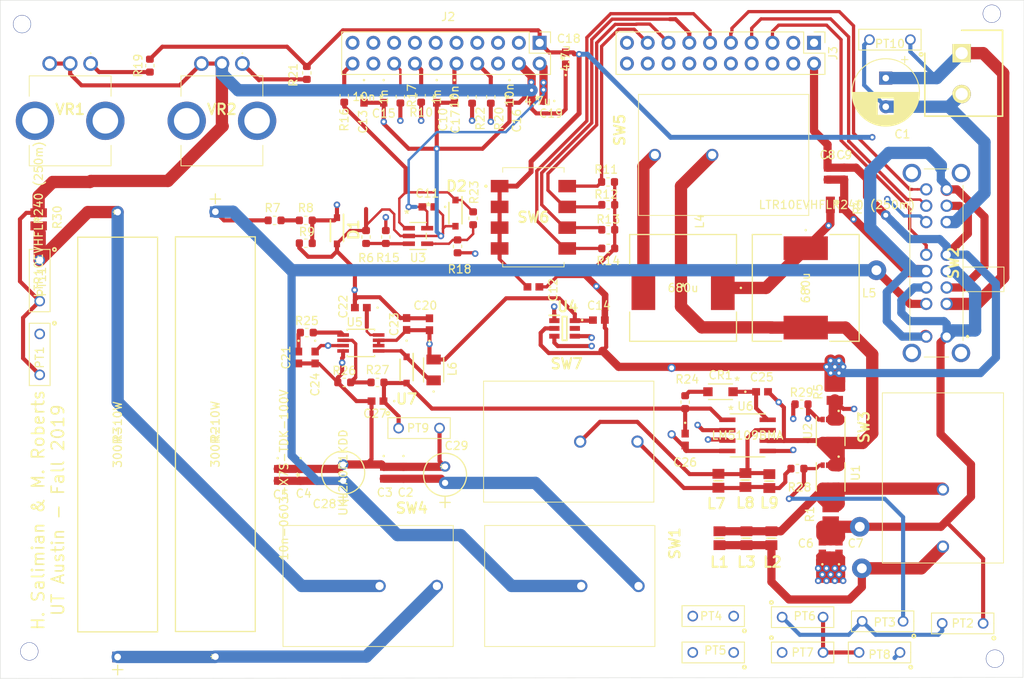
<source format=kicad_pcb>
(kicad_pcb (version 20171130) (host pcbnew "(5.1.4)-1")
  (layers (0 F.Cu power) (1 In1.Cu jumper) (2 In2.Cu mixed) (31 B.Cu mixed) (35 F.Paste user) (37 F.SilkS user) (39 F.Mask user) (44 Edge.Cuts user))
  (net 0 "")
  (net 1 C3)
  (net 2 +3V3)
  (net 3 C1)
  (net 4 B-)
  (net 5 B+)
  (net 6 +12V)
  (net 7 Vin_meas)
  (net 8 Vout_meas)
  (net 9 R+)
  (net 10 Switch_Node)
  (net 11 +5V)
  (net 12 I_switch_meas)
  (net 13 "Net-(CR1-Pad2)")
  (net 14 "Net-(D1-Pad1)")
  (net 15 wire1-)
  (net 16 "Net-(L1-Pad1)")
  (net 17 S1)
  (net 18 gate1)
  (net 19 C2)
  (net 20 S2)
  (net 21 gate2)
  (net 22 Preset)
  (net 23 OL-CL)
  (net 24 Freq-Sweep)
  (net 25 CCM-DCM)
  (net 26 Buck_Boost)
  (net 27 Boost)
  (net 28 Buck)
  (net 29 I_switch)
  (net 30 Signal2)
  (net 31 Signal1)
  (net 32 Freq_Knob)
  (net 33 Duty_Cycle_Knob)
  (net 34 "Net-(SW2-Pad20)")
  (net 35 "Net-(SW2-Pad19)")
  (net 36 "Net-(SW2-Pad18)")
  (net 37 "Net-(SW2-Pad17)")
  (net 38 "Net-(VR1-PadMH2)")
  (net 39 "Net-(VR1-PadMH1)")
  (net 40 "Net-(VR2-PadMH2)")
  (net 41 "Net-(VR2-PadMH1)")
  (net 42 I_ind_p)
  (net 43 "Net-(C2-Pad2)")
  (net 44 "Net-(C21-Pad1)")
  (net 45 "Net-(C22-Pad1)")
  (net 46 "Net-(C25-Pad1)")
  (net 47 "Net-(J2-Pad10)")
  (net 48 "Net-(J2-Pad19)")
  (net 49 "Net-(J2-Pad9)")
  (net 50 "Net-(J2-Pad8)")
  (net 51 "Net-(J2-Pad7)")
  (net 52 "Net-(J2-Pad16)")
  (net 53 "Net-(J2-Pad6)")
  (net 54 "Net-(J2-Pad5)")
  (net 55 "Net-(J2-Pad4)")
  (net 56 "Net-(J2-Pad13)")
  (net 57 "Net-(J2-Pad3)")
  (net 58 "Net-(J2-Pad2)")
  (net 59 "Net-(J3-Pad20)")
  (net 60 "Net-(J3-Pad10)")
  (net 61 "Net-(J3-Pad19)")
  (net 62 "Net-(J3-Pad18)")
  (net 63 "Net-(J3-Pad17)")
  (net 64 "Net-(J3-Pad16)")
  (net 65 "Net-(J3-Pad15)")
  (net 66 "Net-(J3-Pad14)")
  (net 67 "Net-(J3-Pad13)")
  (net 68 "Net-(J3-Pad12)")
  (net 69 "Net-(R2-Pad2)")
  (net 70 "Net-(R15-Pad1)")
  (net 71 "Net-(R7-Pad1)")
  (net 72 "Net-(R18-Pad1)")
  (net 73 "Net-(R26-Pad2)")
  (net 74 "Net-(L7-Pad1)")
  (net 75 "Net-(D2-Pad1)")
  (net 76 "Net-(L4-Pad2)")
  (net 77 "Net-(L6-Pad1)")
  (net 78 "Net-(R17-Pad2)")
  (net 79 "Net-(R19-Pad1)")
  (net 80 "Net-(R21-Pad1)")
  (net 81 "Net-(R25-Pad2)")
  (net 82 "Net-(U4-Pad5)")
  (net 83 "Net-(PT11-Pad1)")
  (module Connector_PinHeader_2.54mm:PinHeader_2x10_P2.54mm_Top_Bottom_Vertical (layer F.Cu) (at 251.968 69.342 270)
    (fp_text reference J3 (at 1.27 -2.33 90) (layer F.SilkS))
    (fp_text value J6_J8)
    (pad 20 thru_hole oval (at 2.54 22.86 270) (size 1.7 1.7) (drill 1) (layers *.Cu *.Mask) (net 59 "Net-(J3-Pad20)"))
    (pad 10 thru_hole oval (at 0 22.86 270) (size 1.7 1.7) (drill 1) (layers *.Cu *.Mask) (net 60 "Net-(J3-Pad10)"))
    (pad 19 thru_hole oval (at 2.54 20.32 270) (size 1.7 1.7) (drill 1) (layers *.Cu *.Mask) (net 61 "Net-(J3-Pad19)"))
    (pad 9 thru_hole oval (at 0 20.32 270) (size 1.7 1.7) (drill 1) (layers *.Cu *.Mask) (net 22 Preset))
    (pad 18 thru_hole oval (at 2.54 17.78 270) (size 1.7 1.7) (drill 1) (layers *.Cu *.Mask) (net 62 "Net-(J3-Pad18)"))
    (pad 8 thru_hole oval (at 0 17.78 270) (size 1.7 1.7) (drill 1) (layers *.Cu *.Mask) (net 23 OL-CL))
    (pad 17 thru_hole oval (at 2.54 15.24 270) (size 1.7 1.7) (drill 1) (layers *.Cu *.Mask) (net 63 "Net-(J3-Pad17)"))
    (pad 7 thru_hole oval (at 0 15.24 270) (size 1.7 1.7) (drill 1) (layers *.Cu *.Mask) (net 24 Freq-Sweep))
    (pad 16 thru_hole oval (at 2.54 12.7 270) (size 1.7 1.7) (drill 1) (layers *.Cu *.Mask) (net 64 "Net-(J3-Pad16)"))
    (pad 6 thru_hole oval (at 0 12.7 270) (size 1.7 1.7) (drill 1) (layers *.Cu *.Mask) (net 25 CCM-DCM))
    (pad 15 thru_hole oval (at 2.54 10.16 270) (size 1.7 1.7) (drill 1) (layers *.Cu *.Mask) (net 65 "Net-(J3-Pad15)"))
    (pad 5 thru_hole oval (at 0 10.16 270) (size 1.7 1.7) (drill 1) (layers *.Cu *.Mask) (net 26 Buck_Boost))
    (pad 14 thru_hole oval (at 2.54 7.62 270) (size 1.7 1.7) (drill 1) (layers *.Cu *.Mask) (net 66 "Net-(J3-Pad14)"))
    (pad 4 thru_hole oval (at 0 7.62 270) (size 1.7 1.7) (drill 1) (layers *.Cu *.Mask) (net 27 Boost))
    (pad 13 thru_hole oval (at 2.54 5.08 270) (size 1.7 1.7) (drill 1) (layers *.Cu *.Mask) (net 67 "Net-(J3-Pad13)"))
    (pad 3 thru_hole oval (at 0 5.08 270) (size 1.7 1.7) (drill 1) (layers *.Cu *.Mask) (net 28 Buck))
    (pad 12 thru_hole oval (at 2.54 2.54 270) (size 1.7 1.7) (drill 1) (layers *.Cu *.Mask) (net 68 "Net-(J3-Pad12)"))
    (pad 2 thru_hole oval (at 0 2.54 270) (size 1.7 1.7) (drill 1) (layers *.Cu *.Mask) (net 30 Signal2))
    (pad 11 thru_hole oval (at 2.54 0 270) (size 1.7 1.7) (drill 1) (layers *.Cu *.Mask) (net 1 C3))
    (pad 1 thru_hole rect (at 0 0 270) (size 1.7 1.7) (drill 1) (layers *.Cu *.Mask) (net 31 Signal1))
  )
  (module Connector_PinHeader_2.54mm:PinHeader_2x10_P2.54mm_Top_Bottom_Vertical (layer F.Cu) (at 218.44 69.342 270)
    (fp_text reference J2 (at -3.175 11.176 180) (layer F.SilkS))
    (fp_text value J5_J7)
    (pad 20 thru_hole oval (at 2.54 22.86 270) (size 1.7 1.7) (drill 1) (layers *.Cu *.Mask) (net 7 Vin_meas))
    (pad 10 thru_hole oval (at 0 22.86 270) (size 1.7 1.7) (drill 1) (layers *.Cu *.Mask) (net 47 "Net-(J2-Pad10)"))
    (pad 19 thru_hole oval (at 2.54 20.32 270) (size 1.7 1.7) (drill 1) (layers *.Cu *.Mask) (net 48 "Net-(J2-Pad19)"))
    (pad 9 thru_hole oval (at 0 20.32 270) (size 1.7 1.7) (drill 1) (layers *.Cu *.Mask) (net 49 "Net-(J2-Pad9)"))
    (pad 18 thru_hole oval (at 2.54 17.78 270) (size 1.7 1.7) (drill 1) (layers *.Cu *.Mask) (net 12 I_switch_meas))
    (pad 8 thru_hole oval (at 0 17.78 270) (size 1.7 1.7) (drill 1) (layers *.Cu *.Mask) (net 50 "Net-(J2-Pad8)"))
    (pad 17 thru_hole oval (at 2.54 15.24 270) (size 1.7 1.7) (drill 1) (layers *.Cu *.Mask) (net 8 Vout_meas))
    (pad 7 thru_hole oval (at 0 15.24 270) (size 1.7 1.7) (drill 1) (layers *.Cu *.Mask) (net 51 "Net-(J2-Pad7)"))
    (pad 16 thru_hole oval (at 2.54 12.7 270) (size 1.7 1.7) (drill 1) (layers *.Cu *.Mask) (net 52 "Net-(J2-Pad16)"))
    (pad 6 thru_hole oval (at 0 12.7 270) (size 1.7 1.7) (drill 1) (layers *.Cu *.Mask) (net 53 "Net-(J2-Pad6)"))
    (pad 15 thru_hole oval (at 2.54 10.16 270) (size 1.7 1.7) (drill 1) (layers *.Cu *.Mask) (net 33 Duty_Cycle_Knob))
    (pad 5 thru_hole oval (at 0 10.16 270) (size 1.7 1.7) (drill 1) (layers *.Cu *.Mask) (net 54 "Net-(J2-Pad5)"))
    (pad 14 thru_hole oval (at 2.54 7.62 270) (size 1.7 1.7) (drill 1) (layers *.Cu *.Mask) (net 32 Freq_Knob))
    (pad 4 thru_hole oval (at 0 7.62 270) (size 1.7 1.7) (drill 1) (layers *.Cu *.Mask) (net 55 "Net-(J2-Pad4)"))
    (pad 13 thru_hole oval (at 2.54 5.08 270) (size 1.7 1.7) (drill 1) (layers *.Cu *.Mask) (net 56 "Net-(J2-Pad13)"))
    (pad 3 thru_hole oval (at 0 5.08 270) (size 1.7 1.7) (drill 1) (layers *.Cu *.Mask) (net 57 "Net-(J2-Pad3)"))
    (pad 12 thru_hole oval (at 2.54 2.54 270) (size 1.7 1.7) (drill 1) (layers *.Cu *.Mask) (net 1 C3))
    (pad 2 thru_hole oval (at 0 2.54 270) (size 1.7 1.7) (drill 1) (layers *.Cu *.Mask) (net 58 "Net-(J2-Pad2)"))
    (pad 11 thru_hole oval (at 2.54 0 270) (size 1.7 1.7) (drill 1) (layers *.Cu *.Mask) (net 11 +5V))
    (pad 1 thru_hole rect (at 0 0 270) (size 1.7 1.7) (drill 1) (layers *.Cu *.Mask) (net 2 +3V3))
  )
  (module "Extra Libray Parts:Probe_test" (layer F.Cu) (at 157.353 98.425 270)
    (fp_text reference PT11 (at 0.127 -0.254 270) (layer F.SilkS))
    (fp_text value Probe_test)
    (pad 2 thru_hole circle (at 2.5 0 270) (size 1.3 1.3) (drill 0.9) (layers *.Cu *.Mask) (net 1 C3))
    (pad 1 thru_hole circle (at -2.5 0 270) (size 1.3 1.3) (drill 0.9) (layers *.Cu *.Mask) (net 83 "Net-(PT11-Pad1)"))
  )
  (module "Kicad Libraries:LTR10EVHFLR240" (layer F.Cu) (at 157.226 90.932 90)
    (fp_text reference R30 (at 0.254 2.286 90) (layer F.SilkS))
    (fp_text value "LTR10EVHFLR240 (250m)" (at 0 0 90) (layer F.SilkS))
    (fp_text user * (at 0 0 90) (layer F.SilkS))
    (pad 2 smd rect (at 0.8 0 90) (size 1.1 2.0066) (layers F.Cu F.Paste F.Mask) (net 1 C3))
    (pad 1 smd rect (at -0.8 0 90) (size 1.1 2.0066) (layers F.Cu F.Paste F.Mask) (net 83 "Net-(PT11-Pad1)"))
  )
  (module "Extra Libray Parts:Probe_test" (layer F.Cu) (at 261.239 68.961 180)
    (fp_text reference PT10 (at 0 -0.508) (layer F.SilkS))
    (fp_text value Probe_test)
    (pad 2 thru_hole circle (at 2.5 0 180) (size 1.3 1.3) (drill 0.9) (layers *.Cu *.Mask) (net 4 B-))
    (pad 1 thru_hole circle (at -2.5 0 180) (size 1.3 1.3) (drill 0.9) (layers *.Cu *.Mask) (net 5 B+))
  )
  (module "Extra Libray Parts:Probe_test" (layer F.Cu) (at 203.708 116.459)
    (fp_text reference PT9 (at -0.127 0) (layer F.SilkS))
    (fp_text value Probe_test)
    (pad 2 thru_hole circle (at 2.5 0) (size 1.3 1.3) (drill 0.9) (layers *.Cu *.Mask) (net 1 C3))
    (pad 1 thru_hole circle (at -2.5 0) (size 1.3 1.3) (drill 0.9) (layers *.Cu *.Mask) (net 6 +12V))
  )
  (module "Extra Libray Parts:Probe_test" (layer F.Cu) (at 259.969 143.891 180)
    (fp_text reference PT8 (at 0 -0.254) (layer F.SilkS))
    (fp_text value Probe_test)
    (pad 2 thru_hole circle (at 2.5 0 180) (size 1.3 1.3) (drill 0.9) (layers *.Cu *.Mask) (net 1 C3))
    (pad 1 thru_hole circle (at -2.5 0 180) (size 1.3 1.3) (drill 0.9) (layers *.Cu *.Mask) (net 29 I_switch))
  )
  (module "Extra Libray Parts:Probe_test" (layer F.Cu) (at 250.571 143.891)
    (fp_text reference PT7 (at 0 0) (layer F.SilkS))
    (fp_text value Probe_test)
    (pad 2 thru_hole circle (at 2.5 0) (size 1.3 1.3) (drill 0.9) (layers *.Cu *.Mask) (net 1 C3))
    (pad 1 thru_hole circle (at -2.5 0) (size 1.3 1.3) (drill 0.9) (layers *.Cu *.Mask) (net 20 S2))
  )
  (module "Extra Libray Parts:Probe_test" (layer F.Cu) (at 250.571 139.573)
    (fp_text reference PT6 (at 0.254 -0.127) (layer F.SilkS))
    (fp_text value Probe_test)
    (pad 2 thru_hole circle (at 2.5 0) (size 1.3 1.3) (drill 0.9) (layers *.Cu *.Mask) (net 1 C3))
    (pad 1 thru_hole circle (at -2.5 0) (size 1.3 1.3) (drill 0.9) (layers *.Cu *.Mask) (net 10 Switch_Node))
  )
  (module "Extra Libray Parts:Probe_test" (layer F.Cu) (at 239.649 143.891 180)
    (fp_text reference PT5 (at -0.254 0.254) (layer F.SilkS))
    (fp_text value Probe_test)
    (pad 2 thru_hole circle (at 2.5 0 180) (size 1.3 1.3) (drill 0.9) (layers *.Cu *.Mask) (net 19 C2))
    (pad 1 thru_hole circle (at -2.5 0 180) (size 1.3 1.3) (drill 0.9) (layers *.Cu *.Mask) (net 42 I_ind_p))
  )
  (module "Extra Libray Parts:Probe_test" (layer F.Cu) (at 239.649 139.446 180)
    (fp_text reference PT4 (at 0.254 0) (layer F.SilkS))
    (fp_text value Probe_test)
    (pad 2 thru_hole circle (at 2.5 0 180) (size 1.3 1.3) (drill 0.9) (layers *.Cu *.Mask) (net 19 C2))
    (pad 1 thru_hole circle (at -2.5 0 180) (size 1.3 1.3) (drill 0.9) (layers *.Cu *.Mask) (net 10 Switch_Node))
  )
  (module "Extra Libray Parts:Probe_test" (layer F.Cu) (at 260.35 140.081 180)
    (fp_text reference PT3 (at -0.254 -0.127) (layer F.SilkS))
    (fp_text value Probe_test)
    (pad 2 thru_hole circle (at 2.5 0 180) (size 1.3 1.3) (drill 0.9) (layers *.Cu *.Mask) (net 10 Switch_Node))
    (pad 1 thru_hole circle (at -2.5 0 180) (size 1.3 1.3) (drill 0.9) (layers *.Cu *.Mask) (net 17 S1))
  )
  (module "Extra Libray Parts:Probe_test" (layer F.Cu) (at 270.129 140.335 180)
    (fp_text reference PT2 (at 0 0) (layer F.SilkS))
    (fp_text value Probe_test)
    (pad 2 thru_hole circle (at 2.5 0 180) (size 1.3 1.3) (drill 0.9) (layers *.Cu *.Mask) (net 10 Switch_Node))
    (pad 1 thru_hole circle (at -2.5 0 180) (size 1.3 1.3) (drill 0.9) (layers *.Cu *.Mask) (net 3 C1))
  )
  (module "Extra Libray Parts:Probe_test" (layer F.Cu) (at 157.353 107.442 270)
    (fp_text reference PT1 (at 0.381 0 90) (layer F.SilkS))
    (fp_text value Probe_test)
    (pad 2 thru_hole circle (at 2.5 0 270) (size 1.3 1.3) (drill 0.9) (layers *.Cu *.Mask) (net 1 C3))
    (pad 1 thru_hole circle (at -2.5 0 270) (size 1.3 1.3) (drill 0.9) (layers *.Cu *.Mask) (net 9 R+))
  )
  (module "Kicad Libraries:UKL2A0R1KDD" (layer F.Cu) (at 206.883 121.158 90)
    (fp_text reference C29 (at 2.54 1.397 180) (layer F.SilkS))
    (fp_text value UKL2A0R1KDD hide)
    (fp_text user * (at 0 0 90) (layer F.SilkS))
    (pad 2 thru_hole circle (at 0 0 90) (size 1.27 1.27) (drill 0.762) (layers *.Cu *.Mask) (net 1 C3))
    (pad 1 thru_hole circle (at -2 0 90) (size 1.27 1.27) (drill 0.762) (layers *.Cu *.Mask) (net 43 "Net-(C2-Pad2)"))
  )
  (module "Kicad Libraries:UKL2A0R1KDD" (layer F.Cu) (at 194.437 120.904 90)
    (fp_text reference C28 (at -4.826 -2.286 180) (layer F.SilkS))
    (fp_text value UKL2A0R1KDD (at -1 0 90) (layer F.SilkS))
    (fp_text user * (at 0 0 90) (layer F.SilkS))
    (pad 2 thru_hole circle (at 0 0 90) (size 1.27 1.27) (drill 0.762) (layers *.Cu *.Mask) (net 1 C3))
    (pad 1 thru_hole circle (at -2 0 90) (size 1.27 1.27) (drill 0.762) (layers *.Cu *.Mask) (net 9 R+))
  )
  (module "Kicad Libraries:AMK107BBJ476MA-RE" (layer F.Cu) (at 225.679 103.251)
    (fp_text reference C14 (at 0 -1.778) (layer F.SilkS))
    (fp_text value 1u hide)
    (pad 2 smd rect (at 0.7278 0) (size 0.9556 0.9) (layers F.Cu F.Paste F.Mask) (net 1 C3))
    (pad 1 smd rect (at -0.7278 0) (size 0.9556 0.9) (layers F.Cu F.Paste F.Mask) (net 11 +5V))
  )
  (module "Extra Libray Parts:SOT95P280X110-6N" (layer F.Cu) (at 221.488 104.267)
    (fp_text reference U4 (at 0.381 -2.667) (layer F.SilkS) (effects (font (size 1.27 1.27) (thickness 0.254))))
    (fp_text value LMP8640HVMK-H_NOPB hide)
    (pad 6 smd rect (at 1.25 -0.95 90) (size 0.6 1.25) (layers F.Cu F.Paste F.Mask) (net 11 +5V))
    (pad 5 smd rect (at 1.25 0 90) (size 0.6 1.25) (layers F.Cu F.Paste F.Mask) (net 82 "Net-(U4-Pad5)"))
    (pad 4 smd rect (at 1.25 0.95 90) (size 0.6 1.25) (layers F.Cu F.Paste F.Mask) (net 19 C2))
    (pad 3 smd rect (at -1.25 0.95 90) (size 0.6 1.25) (layers F.Cu F.Paste F.Mask) (net 42 I_ind_p))
    (pad 2 smd rect (at -1.25 0 90) (size 0.6 1.25) (layers F.Cu F.Paste F.Mask) (net 1 C3))
    (pad 1 smd rect (at -1.25 -0.95 90) (size 0.6 1.25) (layers F.Cu F.Paste F.Mask) (net 78 "Net-(R17-Pad2)"))
  )
  (module "Kicad Libraries:SODFL3516X120N" (layer F.Cu) (at 208.153 90.17 270)
    (fp_text reference D2 (at -3.302 -0.127 180) (layer F.SilkS) (effects (font (size 1.27 1.27) (thickness 0.254))))
    (fp_text value D_Zener hide)
    (pad 2 smd rect (at 1.6 0) (size 0.76 0.82) (layers F.Cu F.Paste F.Mask) (net 1 C3))
    (pad 1 smd rect (at -1.6 0) (size 0.76 0.82) (layers F.Cu F.Paste F.Mask) (net 75 "Net-(D2-Pad1)"))
  )
  (module MLF2012E120K:INDC2012X105N (layer F.Cu) (at 246.507 122.936 90)
    (fp_text reference L9 (at -2.667 0 180) (layer F.SilkS) (effects (font (size 1.27 1.27) (thickness 0.254))))
    (fp_text value 100n hide)
    (pad 2 smd rect (at 0.85 0 90) (size 1.2 1.45) (layers F.Cu F.Paste F.Mask) (net 18 gate1))
    (pad 1 smd rect (at -0.85 0 90) (size 1.2 1.45) (layers F.Cu F.Paste F.Mask) (net 74 "Net-(L7-Pad1)"))
  )
  (module MLF2012E120K:INDC2012X105N (layer F.Cu) (at 240.411 129.921 270)
    (fp_text reference L1 (at 2.921 0 180) (layer F.SilkS) (effects (font (size 1.27 1.27) (thickness 0.254))))
    (fp_text value 1n hide)
    (pad 2 smd rect (at 0.85 0 270) (size 1.2 1.45) (layers F.Cu F.Paste F.Mask) (net 15 wire1-))
    (pad 1 smd rect (at -0.85 0 270) (size 1.2 1.45) (layers F.Cu F.Paste F.Mask) (net 16 "Net-(L1-Pad1)"))
  )
  (module MLF2012E120K:INDC2012X105N (layer F.Cu) (at 243.586 122.809 90)
    (fp_text reference L8 (at -2.794 0 180) (layer F.SilkS) (effects (font (size 1.27 1.27) (thickness 0.254))))
    (fp_text value 100n hide)
    (pad 2 smd rect (at 0.85 0 90) (size 1.2 1.45) (layers F.Cu F.Paste F.Mask) (net 18 gate1))
    (pad 1 smd rect (at -0.85 0 90) (size 1.2 1.45) (layers F.Cu F.Paste F.Mask) (net 74 "Net-(L7-Pad1)"))
  )
  (module MLF2012E120K:INDC2012X105N (layer F.Cu) (at 243.711 129.921 270)
    (fp_text reference L3 (at 2.921 -0.002 180) (layer F.SilkS) (effects (font (size 1.27 1.27) (thickness 0.254))))
    (fp_text value 1n hide)
    (pad 2 smd rect (at 0.85 0 270) (size 1.2 1.45) (layers F.Cu F.Paste F.Mask) (net 15 wire1-))
    (pad 1 smd rect (at -0.85 0 270) (size 1.2 1.45) (layers F.Cu F.Paste F.Mask) (net 16 "Net-(L1-Pad1)"))
  )
  (module MLF2012E120K:INDC2012X105N (layer F.Cu) (at 246.761 129.921 270)
    (fp_text reference L2 (at 2.921 -0.127 180) (layer F.SilkS) (effects (font (size 1.27 1.27) (thickness 0.254))))
    (fp_text value 1n hide)
    (pad 2 smd rect (at 0.85 0 270) (size 1.2 1.45) (layers F.Cu F.Paste F.Mask) (net 15 wire1-))
    (pad 1 smd rect (at -0.85 0 270) (size 1.2 1.45) (layers F.Cu F.Paste F.Mask) (net 16 "Net-(L1-Pad1)"))
  )
  (module "Kicad Libraries:LTR10EVHFLR240" (layer F.Cu) (at 254.762 89.154 180)
    (fp_text reference R4 (at -2.54 -0.254 90) (layer F.SilkS))
    (fp_text value "LTR10EVHFLR240 (250m)" (at 0 0) (layer F.SilkS))
    (fp_text user * (at 0 0) (layer F.SilkS))
    (pad 2 smd rect (at 0.8 0 180) (size 1.1 2.0066) (layers F.Cu F.Paste F.Mask) (net 42 I_ind_p))
    (pad 1 smd rect (at -0.8 0 180) (size 1.1 2.0066) (layers F.Cu F.Paste F.Mask) (net 19 C2))
  )
  (module "Kicad Libraries:SQP10AJB-300R" (layer F.Cu) (at 178.816 144.399 270)
    (fp_text reference R2 (at -27.199996 0 90) (layer F.SilkS))
    (fp_text value 300R-10W (at -27.199996 0 90) (layer F.SilkS))
    (fp_text user * (at 0 0 90) (layer F.SilkS))
    (pad 2 thru_hole circle (at 0 0 270) (size 1.3208 1.3208) (drill 0.8128) (layers *.Cu *.Mask) (net 69 "Net-(R2-Pad2)"))
    (pad 1 thru_hole rect (at -54.399991 0 270) (size 1.3208 1.3208) (drill 0.8128) (layers *.Cu *.Mask) (net 9 R+))
  )
  (module MLF2012E120K:INDC2012X105N (layer F.Cu) (at 240.284 122.897 90)
    (fp_text reference L7 (at -2.794 -0.254 180) (layer F.SilkS) (effects (font (size 1.27 1.27) (thickness 0.254))))
    (fp_text value 100n hide)
    (pad 2 smd rect (at 0.85 0 90) (size 1.2 1.45) (layers F.Cu F.Paste F.Mask) (net 18 gate1))
    (pad 1 smd rect (at -0.85 0 90) (size 1.2 1.45) (layers F.Cu F.Paste F.Mask) (net 74 "Net-(L7-Pad1)"))
  )
  (module "Kicad Libraries:CSD19538Q3AT" (layer F.Cu) (at 254 122.428 270)
    (fp_text reference U1 (at -0.508 -3.048 90) (layer F.SilkS))
    (fp_text value CSD19538Q3AT hide)
    (pad 1 smd rect (at -1.435001 -0.974999 270) (size 0.68 0.5) (layers F.Cu F.Paste F.Mask) (net 10 Switch_Node))
    (pad 2 smd rect (at -1.435001 -0.325001 270) (size 0.68 0.5) (layers F.Cu F.Paste F.Mask) (net 10 Switch_Node))
    (pad 3 smd rect (at -1.435001 0.325001 270) (size 0.68 0.5) (layers F.Cu F.Paste F.Mask) (net 10 Switch_Node))
    (pad 4 smd rect (at -1.435001 0.974999 270) (size 0.68 0.5) (layers F.Cu F.Paste F.Mask) (net 17 S1))
    (pad 5 smd rect (at 1.435001 0.974999 270) (size 0.68 0.5) (layers F.Cu F.Paste F.Mask) (net 16 "Net-(L1-Pad1)"))
    (pad 6 smd rect (at 1.435001 0.325001 270) (size 0.68 0.5) (layers F.Cu F.Paste F.Mask) (net 16 "Net-(L1-Pad1)"))
    (pad 7 smd rect (at 1.435001 -0.325001 270) (size 0.68 0.5) (layers F.Cu F.Paste F.Mask) (net 16 "Net-(L1-Pad1)"))
    (pad 8 smd rect (at 1.435001 -0.974999 270) (size 0.68 0.5) (layers F.Cu F.Paste F.Mask) (net 16 "Net-(L1-Pad1)"))
  )
  (module "Kicad Libraries:CSD19538Q3AT" (layer F.Cu) (at 254 116.84 270)
    (fp_text reference U2 (at 0 2.794 90) (layer F.SilkS))
    (fp_text value CSD19538Q3AT hide)
    (pad 1 smd rect (at -1.435001 -0.974999 270) (size 0.68 0.5) (layers F.Cu F.Paste F.Mask) (net 29 I_switch))
    (pad 2 smd rect (at -1.435001 -0.325001 270) (size 0.68 0.5) (layers F.Cu F.Paste F.Mask) (net 29 I_switch))
    (pad 3 smd rect (at -1.435001 0.325001 270) (size 0.68 0.5) (layers F.Cu F.Paste F.Mask) (net 29 I_switch))
    (pad 4 smd rect (at -1.435001 0.974999 270) (size 0.68 0.5) (layers F.Cu F.Paste F.Mask) (net 20 S2))
    (pad 5 smd rect (at 1.435001 0.974999 270) (size 0.68 0.5) (layers F.Cu F.Paste F.Mask) (net 10 Switch_Node))
    (pad 6 smd rect (at 1.435001 0.325001 270) (size 0.68 0.5) (layers F.Cu F.Paste F.Mask) (net 10 Switch_Node))
    (pad 7 smd rect (at 1.435001 -0.325001 270) (size 0.68 0.5) (layers F.Cu F.Paste F.Mask) (net 10 Switch_Node))
    (pad 8 smd rect (at 1.435001 -0.974999 270) (size 0.68 0.5) (layers F.Cu F.Paste F.Mask) (net 10 Switch_Node))
  )
  (module "Kicad Libraries:LTR10EVHFLR240" (layer F.Cu) (at 254.508 112.268 90)
    (fp_text reference R5 (at 0.254 -2.032 90) (layer F.SilkS))
    (fp_text value "LTR10EVHFLR240 (250m)" hide)
    (pad 2 smd rect (at 0.8 0 90) (size 1.1 2.0066) (layers F.Cu F.Paste F.Mask) (net 1 C3))
    (pad 1 smd rect (at -0.8 0 90) (size 1.1 2.0066) (layers F.Cu F.Paste F.Mask) (net 29 I_switch))
  )
  (module "Kicad Libraries:LTR10EVHFLR240" (layer F.Cu) (at 254 127 90)
    (fp_text reference R1 (at 0 -2.54 90) (layer F.SilkS))
    (fp_text value "LTR10EVHFLR240 (250m)" hide)
    (pad 2 smd rect (at 0.8 0 90) (size 1.1 2.0066) (layers F.Cu F.Paste F.Mask) (net 16 "Net-(L1-Pad1)"))
    (pad 1 smd rect (at -0.8 0 90) (size 1.1 2.0066) (layers F.Cu F.Paste F.Mask) (net 3 C1))
  )
  (module "Kicad Libraries:AMK107BBJ476MA-RE" (layer F.Cu) (at 255.651 85.344 270)
    (fp_text reference C9 (at -2.286 0) (layer F.SilkS))
    (fp_text value 10n-0603-X7S-TDK-100V hide)
    (pad 2 smd rect (at 0.7278 0 270) (size 0.9556 0.9) (layers F.Cu F.Paste F.Mask) (net 19 C2))
    (pad 1 smd rect (at -0.7278 0 270) (size 0.9556 0.9) (layers F.Cu F.Paste F.Mask) (net 1 C3))
  )
  (module "Kicad Libraries:AMK107BBJ476MA-RE" (layer F.Cu) (at 253.619 85.344 270)
    (fp_text reference C8 (at -2.286 0) (layer F.SilkS))
    (fp_text value 10n-0603-X7S-TDK-100V hide)
    (pad 2 smd rect (at 0.7278 0 270) (size 0.9556 0.9) (layers F.Cu F.Paste F.Mask) (net 19 C2))
    (pad 1 smd rect (at -0.7278 0 270) (size 0.9556 0.9) (layers F.Cu F.Paste F.Mask) (net 1 C3))
  )
  (module "Kicad Libraries:AMK107BBJ476MA-RE" (layer F.Cu) (at 255.016 131.064 90)
    (fp_text reference C7 (at 0.508 2.032 180) (layer F.SilkS))
    (fp_text value 10n-0603-X7S-TDK-100V hide)
    (pad 2 smd rect (at 0.7278 0 90) (size 0.9556 0.9) (layers F.Cu F.Paste F.Mask) (net 3 C1))
    (pad 1 smd rect (at -0.7278 0 90) (size 0.9556 0.9) (layers F.Cu F.Paste F.Mask) (net 1 C3))
  )
  (module "Kicad Libraries:AMK107BBJ476MA-RE" (layer F.Cu) (at 252.984 131.064 90)
    (fp_text reference C6 (at 0.508 -2.032 180) (layer F.SilkS))
    (fp_text value 10n-0603-X7S-TDK-100V hide)
    (pad 2 smd rect (at 0.7278 0 90) (size 0.9556 0.9) (layers F.Cu F.Paste F.Mask) (net 3 C1))
    (pad 1 smd rect (at -0.7278 0 90) (size 0.9556 0.9) (layers F.Cu F.Paste F.Mask) (net 1 C3))
  )
  (module "Kicad Libraries:AMK107BBJ476MA-RE" (layer F.Cu) (at 186.436 122.174 270)
    (fp_text reference C5 (at 2.413 -0.381 180) (layer F.SilkS))
    (fp_text value 10n-0603-X7S-TDK-100V hide)
    (pad 2 smd rect (at 0.7278 0 270) (size 0.9556 0.9) (layers F.Cu F.Paste F.Mask) (net 9 R+))
    (pad 1 smd rect (at -0.7278 0 270) (size 0.9556 0.9) (layers F.Cu F.Paste F.Mask) (net 1 C3))
  )
  (module "Kicad Libraries:AMK107BBJ476MA-RE" (layer F.Cu) (at 189.23 122.174 270)
    (fp_text reference C4 (at 2.286 -0.381 180) (layer F.SilkS))
    (fp_text value 10n-0603-X7S-TDK-100V (at 0 2.032 90) (layer F.SilkS))
    (fp_text user * (at 0 0 90) (layer F.SilkS))
    (pad 2 smd rect (at 0.7278 0 270) (size 0.9556 0.9) (layers F.Cu F.Paste F.Mask) (net 9 R+))
    (pad 1 smd rect (at -0.7278 0 270) (size 0.9556 0.9) (layers F.Cu F.Paste F.Mask) (net 1 C3))
  )
  (module "Kicad Libraries:AMK107BBJ476MA-RE" (layer F.Cu) (at 199.39 121.92 270)
    (fp_text reference C3 (at 2.413 -0.127 180) (layer F.SilkS))
    (fp_text value 10n-0603-X7S-TDK-100V hide)
    (pad 2 smd rect (at 0.7278 0 270) (size 0.9556 0.9) (layers F.Cu F.Paste F.Mask) (net 43 "Net-(C2-Pad2)"))
    (pad 1 smd rect (at -0.7278 0 270) (size 0.9556 0.9) (layers F.Cu F.Paste F.Mask) (net 1 C3))
  )
  (module "Kicad Libraries:AMK107BBJ476MA-RE" (layer F.Cu) (at 201.803 121.92 270)
    (fp_text reference C2 (at 2.413 -0.254 180) (layer F.SilkS))
    (fp_text value 10n-0603-X7S-TDK-100V hide)
    (pad 2 smd rect (at 0.7278 0 270) (size 0.9556 0.9) (layers F.Cu F.Paste F.Mask) (net 43 "Net-(C2-Pad2)"))
    (pad 1 smd rect (at -0.7278 0 270) (size 0.9556 0.9) (layers F.Cu F.Paste F.Mask) (net 1 C3))
  )
  (module "extra parts:ADE04S04" (layer F.Cu) (at 217.678 90.678)
    (fp_text reference SW6 (at 0 0) (layer F.SilkS) (effects (font (size 1.27 1.27) (thickness 0.254))))
    (fp_text value ADE04S04 hide)
    (pad 8 smd rect (at 4.13 3.81 90) (size 1.52 2.16) (layers F.Cu F.Paste F.Mask) (net 25 CCM-DCM))
    (pad 7 smd rect (at -4.13 3.81 90) (size 1.52 2.16) (layers F.Cu F.Paste F.Mask) (net 2 +3V3))
    (pad 6 smd rect (at 4.13 1.27 90) (size 1.52 2.16) (layers F.Cu F.Paste F.Mask) (net 24 Freq-Sweep))
    (pad 5 smd rect (at -4.13 1.27 90) (size 1.52 2.16) (layers F.Cu F.Paste F.Mask) (net 2 +3V3))
    (pad 4 smd rect (at 4.13 -1.27 90) (size 1.52 2.16) (layers F.Cu F.Paste F.Mask) (net 23 OL-CL))
    (pad 3 smd rect (at -4.13 -1.27 90) (size 1.52 2.16) (layers F.Cu F.Paste F.Mask) (net 2 +3V3))
    (pad 2 smd rect (at 4.13 -3.81 90) (size 1.52 2.16) (layers F.Cu F.Paste F.Mask) (net 22 Preset))
    (pad 1 smd rect (at -4.13 -3.81 90) (size 1.52 2.16) (layers F.Cu F.Paste F.Mask) (net 2 +3V3))
  )
  (module "Extra Libray Parts:EG4319" (layer F.Cu) (at 268.986 96.266 90)
    (fp_text reference SW2 (at 0 0 90) (layer F.SilkS) (effects (font (size 1.27 1.27) (thickness 0.254))))
    (fp_text value EG4319 hide)
    (pad 20 thru_hole circle (at 11 0.938 90) (size 2.25 2.25) (drill 1.5) (layers *.Cu *.Mask) (net 34 "Net-(SW2-Pad20)"))
    (pad 19 thru_hole circle (at -11 0.938 90) (size 2.25 2.25) (drill 1.5) (layers *.Cu *.Mask) (net 35 "Net-(SW2-Pad19)"))
    (pad 18 thru_hole circle (at -11 -5.063 90) (size 2.25 2.25) (drill 1.5) (layers *.Cu *.Mask) (net 36 "Net-(SW2-Pad18)"))
    (pad 17 thru_hole circle (at 11 -5.063 90) (size 2.25 2.25) (drill 1.5) (layers *.Cu *.Mask) (net 37 "Net-(SW2-Pad17)"))
    (pad 16 thru_hole circle (at 9 -3.313 90) (size 1.5 1.5) (drill 1) (layers *.Cu *.Mask) (net 26 Buck_Boost))
    (pad 15 thru_hole circle (at 7 -3.313 90) (size 1.5 1.5) (drill 1) (layers *.Cu *.Mask) (net 27 Boost))
    (pad 14 thru_hole circle (at 5 -3.313 90) (size 1.5 1.5) (drill 1) (layers *.Cu *.Mask) (net 2 +3V3))
    (pad 13 thru_hole circle (at 1 -3.313 90) (size 1.5 1.5) (drill 1) (layers *.Cu *.Mask) (net 28 Buck))
    (pad 12 thru_hole circle (at -1 -3.313 90) (size 1.5 1.5) (drill 1) (layers *.Cu *.Mask) (net 19 C2))
    (pad 11 thru_hole circle (at -3 -3.313 90) (size 1.5 1.5) (drill 1) (layers *.Cu *.Mask) (net 3 C1))
    (pad 10 thru_hole circle (at -5 -3.313 90) (size 1.5 1.5) (drill 1) (layers *.Cu *.Mask) (net 9 R+))
    (pad 9 thru_hole circle (at -9 -3.313 90) (size 1.5 1.5) (drill 1) (layers *.Cu *.Mask) (net 19 C2))
    (pad 8 thru_hole circle (at 9 -0.813 90) (size 1.5 1.5) (drill 1) (layers *.Cu *.Mask) (net 19 C2))
    (pad 7 thru_hole circle (at 7 -0.813 90) (size 1.5 1.5) (drill 1) (layers *.Cu *.Mask) (net 1 C3))
    (pad 6 thru_hole circle (at 5 -0.813 90) (size 1.5 1.5) (drill 1) (layers *.Cu *.Mask) (net 4 B-))
    (pad 5 thru_hole circle (at 1 -0.813 90) (size 1.5 1.5) (drill 1) (layers *.Cu *.Mask) (net 1 C3))
    (pad 4 thru_hole circle (at -1 -0.813 90) (size 1.5 1.5) (drill 1) (layers *.Cu *.Mask) (net 3 C1))
    (pad 3 thru_hole circle (at -3 -0.813 90) (size 1.5 1.5) (drill 1) (layers *.Cu *.Mask) (net 19 C2))
    (pad 2 thru_hole circle (at -5 -0.813 90) (size 1.5 1.5) (drill 1) (layers *.Cu *.Mask) (net 5 B+))
    (pad 1 thru_hole circle (at -9 -0.813 90) (size 1.5 1.5) (drill 1) (layers *.Cu *.Mask) (net 3 C1))
  )
  (module "Extra Libray Parts:R1966ABLKBLKEF" (layer F.Cu) (at 223.393 118.11)
    (fp_text reference SW7 (at -1.651 -9.525) (layer F.SilkS) (effects (font (size 1.27 1.27) (thickness 0.254))))
    (fp_text value R1966ABLKBLKEF hide)
    (pad 2 thru_hole circle (at 7 0) (size 1.5 1.5) (drill 1) (layers *.Cu *.Mask) (net 74 "Net-(L7-Pad1)"))
    (pad 1 thru_hole circle (at 0 0) (size 1.5 1.5) (drill 1) (layers *.Cu *.Mask) (net 18 gate1))
  )
  (module "Extra Libray Parts:R1966ABLKBLKEF" (layer F.Cu) (at 198.882 135.763)
    (fp_text reference SW4 (at 3.937 -9.525) (layer F.SilkS) (effects (font (size 1.27 1.27) (thickness 0.254))))
    (fp_text value R1966ABLKBLKEF hide)
    (pad 2 thru_hole circle (at 7 0) (size 1.5 1.5) (drill 1) (layers *.Cu *.Mask) (net 69 "Net-(R2-Pad2)"))
    (pad 1 thru_hole circle (at 0 0) (size 1.5 1.5) (drill 1) (layers *.Cu *.Mask) (net 83 "Net-(PT11-Pad1)"))
  )
  (module "Extra Libray Parts:R1966ABLKBLKEF" (layer F.Cu) (at 223.52 135.763)
    (fp_text reference SW1 (at 11.43 -5.207 -90) (layer F.SilkS) (effects (font (size 1.27 1.27) (thickness 0.254))))
    (fp_text value R1966ABLKBLKEF hide)
    (pad 2 thru_hole circle (at 7 0) (size 1.5 1.5) (drill 1) (layers *.Cu *.Mask) (net 43 "Net-(C2-Pad2)"))
    (pad 1 thru_hole circle (at 0 0) (size 1.5 1.5) (drill 1) (layers *.Cu *.Mask) (net 9 R+))
  )
  (module "Extra Libray Parts:R1966ABLKBLKEF" (layer F.Cu) (at 239.522 83.058 180)
    (fp_text reference SW5 (at 11.303 3.048 90) (layer F.SilkS) (effects (font (size 1.27 1.27) (thickness 0.254))))
    (fp_text value R1966ABLKBLKEF hide)
    (pad 2 thru_hole circle (at 7 0 180) (size 1.5 1.5) (drill 1) (layers *.Cu *.Mask) (net 76 "Net-(L4-Pad2)"))
    (pad 1 thru_hole circle (at 0 0 180) (size 1.5 1.5) (drill 1) (layers *.Cu *.Mask) (net 10 Switch_Node))
  )
  (module "Extra Libray Parts:R1966ABLKBLKEF" (layer F.Cu) (at 267.716 123.952 270)
    (fp_text reference SW3 (at -7.62 9.652 90) (layer F.SilkS) (effects (font (size 1.27 1.27) (thickness 0.254))))
    (fp_text value R1966ABLKBLKEF hide)
    (pad 1 thru_hole circle (at 0 0 270) (size 1.5 1.5) (drill 1) (layers *.Cu *.Mask) (net 16 "Net-(L1-Pad1)"))
    (pad 2 thru_hole circle (at 7 0 270) (size 1.5 1.5) (drill 1) (layers *.Cu *.Mask) (net 15 wire1-))
  )
  (module "Extra Libray Parts:PTV09A4015FB103" (layer F.Cu) (at 182.118 71.882 180)
    (fp_text reference VR2 (at 2.5 -5.6) (layer F.SilkS) (effects (font (size 1.27 1.27) (thickness 0.254))))
    (fp_text value PTV09A-4020U-B103 hide)
    (pad MH2 thru_hole circle (at 6.8 -7 180) (size 4.686 4.686) (drill 3.1241) (layers *.Cu *.Mask) (net 40 "Net-(VR2-PadMH2)"))
    (pad MH1 thru_hole circle (at -1.8 -7 180) (size 4.686 4.686) (drill 3.1241) (layers *.Cu *.Mask) (net 41 "Net-(VR2-PadMH1)"))
    (pad 3 thru_hole circle (at 5 0 180) (size 1.8 1.8) (drill 1.2) (layers *.Cu *.Mask) (net 1 C3))
    (pad 2 thru_hole circle (at 2.5 0 180) (size 1.8 1.8) (drill 1.2) (layers *.Cu *.Mask) (net 1 C3))
    (pad 1 thru_hole circle (at 0 0 180) (size 1.8 1.8) (drill 1.2) (layers *.Cu *.Mask) (net 80 "Net-(R21-Pad1)"))
  )
  (module "Extra Libray Parts:PTV09A4015FB103" (layer F.Cu) (at 163.576 71.882 180)
    (fp_text reference VR1 (at 2.5 -5.6) (layer F.SilkS) (effects (font (size 1.27 1.27) (thickness 0.254))))
    (fp_text value PTV09A-4020U-B103 hide)
    (pad MH2 thru_hole circle (at 6.8 -7 180) (size 4.686 4.686) (drill 3.1241) (layers *.Cu *.Mask) (net 38 "Net-(VR1-PadMH2)"))
    (pad MH1 thru_hole circle (at -1.8 -7 180) (size 4.686 4.686) (drill 3.1241) (layers *.Cu *.Mask) (net 39 "Net-(VR1-PadMH1)"))
    (pad 3 thru_hole circle (at 5 0 180) (size 1.8 1.8) (drill 1.2) (layers *.Cu *.Mask) (net 1 C3))
    (pad 2 thru_hole circle (at 2.5 0 180) (size 1.8 1.8) (drill 1.2) (layers *.Cu *.Mask) (net 1 C3))
    (pad 1 thru_hole circle (at 0 0 180) (size 1.8 1.8) (drill 1.2) (layers *.Cu *.Mask) (net 79 "Net-(R19-Pad1)"))
  )
  (module Resistor_SMD:R_0603_1608Metric (layer F.Cu) (at 210.185 75.946 270)
    (fp_text reference R22 (at 2.667 -1.016 270) (layer F.SilkS))
    (fp_text value 47k)
    (pad 2 smd roundrect (at 0.7875 0 270) (size 0.875 0.95) (layers F.Cu F.Paste F.Mask) (net 80 "Net-(R21-Pad1)"))
    (pad 1 smd roundrect (at -0.7875 0 270) (size 0.875 0.95) (layers F.Cu F.Paste F.Mask) (net 33 Duty_Cycle_Knob))
  )
  (module Resistor_SMD:R_0603_1608Metric (layer F.Cu) (at 189.992 73.025 90)
    (fp_text reference R21 (at -0.254 -1.651 90) (layer F.SilkS))
    (fp_text value 47k)
    (pad 2 smd roundrect (at 0.7875 0 90) (size 0.875 0.95) (layers F.Cu F.Paste F.Mask) (net 2 +3V3))
    (pad 1 smd roundrect (at -0.7875 0 90) (size 0.875 0.95) (layers F.Cu F.Paste F.Mask) (net 80 "Net-(R21-Pad1)"))
  )
  (module Resistor_SMD:R_0603_1608Metric (layer F.Cu) (at 212.471 75.946 270)
    (fp_text reference R20 (at 2.667 -1.016 90) (layer F.SilkS))
    (fp_text value 47k)
    (pad 2 smd roundrect (at 0.7875 0 270) (size 0.875 0.95) (layers F.Cu F.Paste F.Mask) (net 79 "Net-(R19-Pad1)"))
    (pad 1 smd roundrect (at -0.7875 0 270) (size 0.875 0.95) (layers F.Cu F.Paste F.Mask) (net 32 Freq_Knob))
  )
  (module Resistor_SMD:R_0603_1608Metric (layer F.Cu) (at 170.815 72.136 90)
    (fp_text reference R19 (at 0 -1.43 90) (layer F.SilkS))
    (fp_text value 47k)
    (pad 2 smd roundrect (at 0.7875 0 90) (size 0.875 0.95) (layers F.Cu F.Paste F.Mask) (net 2 +3V3))
    (pad 1 smd roundrect (at -0.7875 0 90) (size 0.875 0.95) (layers F.Cu F.Paste F.Mask) (net 79 "Net-(R19-Pad1)"))
  )
  (module OSTTA020161:SHDR2W130P0X500_1X2_1000X900X1290P (layer F.Cu) (at 270.002 70.612 270)
    (fp_text reference J1 (at 0 0 90) (layer F.SilkS) (effects (font (size 1.27 1.27) (thickness 0.254))))
    (fp_text value OSTTA020161 hide)
    (pad 2 thru_hole circle (at 5 0) (size 2.25 2.25) (drill 1.5) (layers *.Cu *.Mask F.SilkS) (net 4 B-))
    (pad 1 thru_hole rect (at 0 0) (size 2.25 2.25) (drill 1.5) (layers *.Cu *.Mask F.SilkS) (net 5 B+))
  )
  (module "Kicad Libraries:AMK107BBJ476MA-RE" (layer F.Cu) (at 208.026 75.946 270)
    (fp_text reference C17 (at 3.048 -0.127 270) (layer F.SilkS))
    (fp_text value 10n (at 0 0 90) (layer F.SilkS))
    (fp_text user * (at 0 0 90) (layer F.SilkS))
    (pad 2 smd rect (at 0.7278 0 270) (size 0.9556 0.9) (layers F.Cu F.Paste F.Mask) (net 1 C3))
    (pad 1 smd rect (at -0.7278 0 270) (size 0.9556 0.9) (layers F.Cu F.Paste F.Mask) (net 33 Duty_Cycle_Knob))
  )
  (module "Kicad Libraries:AMK107BBJ476MA-RE" (layer F.Cu) (at 214.757 75.946 270)
    (fp_text reference C16 (at 2.921 -0.889 270) (layer F.SilkS))
    (fp_text value 10n (at -0.254 0 90) (layer F.SilkS))
    (fp_text user * (at 0 0 90) (layer F.SilkS))
    (pad 2 smd rect (at 0.7278 0 270) (size 0.9556 0.9) (layers F.Cu F.Paste F.Mask) (net 1 C3))
    (pad 1 smd rect (at -0.7278 0 270) (size 0.9556 0.9) (layers F.Cu F.Paste F.Mask) (net 32 Freq_Knob))
  )
  (module "Kicad Libraries:LM5109BMA" (layer F.Cu) (at 243.84 117.348)
    (fp_text reference U6 (at -0.254 -3.556) (layer F.SilkS))
    (fp_text value LM5109BMA (at 0 0) (layer F.SilkS))
    (fp_text user * (at -2.032 -3.048) (layer F.SilkS))
    (pad 8 smd rect (at 2.4638 -1.905) (size 1.9812 0.5588) (layers F.Cu F.Paste F.Mask) (net 46 "Net-(C25-Pad1)"))
    (pad 7 smd rect (at 2.4638 -0.635) (size 1.9812 0.5588) (layers F.Cu F.Paste F.Mask) (net 18 gate1))
    (pad 6 smd rect (at 2.4638 0.635) (size 1.9812 0.5588) (layers F.Cu F.Paste F.Mask) (net 10 Switch_Node))
    (pad 5 smd rect (at 2.4638 1.905) (size 1.9812 0.5588) (layers F.Cu F.Paste F.Mask) (net 21 gate2))
    (pad 4 smd rect (at -2.4638 1.905) (size 1.9812 0.5588) (layers F.Cu F.Paste F.Mask) (net 1 C3))
    (pad 3 smd rect (at -2.4638 0.635) (size 1.9812 0.5588) (layers F.Cu F.Paste F.Mask) (net 30 Signal2))
    (pad 2 smd rect (at -2.4638 -0.635) (size 1.9812 0.5588) (layers F.Cu F.Paste F.Mask) (net 31 Signal1))
    (pad 1 smd rect (at -2.4638 -1.905) (size 1.9812 0.5588) (layers F.Cu F.Paste F.Mask) (net 6 +12V))
  )
  (module "Kicad Libraries:SODFL3516X120N" (layer F.Cu) (at 202.184 109.347 270)
    (fp_text reference U7 (at 3.556 0 180) (layer F.SilkS) (effects (font (size 1.27 1.27) (thickness 0.254))))
    (fp_text value PMEG2010AEH hide)
    (pad 2 smd rect (at 1.6 0) (size 0.76 0.82) (layers F.Cu F.Paste F.Mask) (net 6 +12V))
    (pad 1 smd rect (at -1.6 0) (size 0.76 0.82) (layers F.Cu F.Paste F.Mask) (net 77 "Net-(L6-Pad1)"))
  )
  (module "Kicad Libraries:OPA320SAIDBVT" (layer F.Cu) (at 203.581 92.964)
    (fp_text reference U3 (at 0 2.667) (layer F.SilkS))
    (fp_text value OPA325xxDBV hide)
    (fp_text user * (at -1.3716 -2.6518) (layer F.SilkS))
    (pad 5 smd rect (at 1.1176 -0.950001) (size 1.4732 0.5588) (layers F.Cu F.Paste F.Mask) (net 11 +5V))
    (pad 4 smd rect (at 1.1176 0.950001) (size 1.4732 0.5588) (layers F.Cu F.Paste F.Mask) (net 72 "Net-(R18-Pad1)"))
    (pad 3 smd rect (at -1.1176 0.950001) (size 1.4732 0.5588) (layers F.Cu F.Paste F.Mask) (net 70 "Net-(R15-Pad1)"))
    (pad 2 smd rect (at -1.1176 0) (size 1.4732 0.5588) (layers F.Cu F.Paste F.Mask) (net 1 C3))
    (pad 1 smd rect (at -1.1176 -0.950001) (size 1.4732 0.5588) (layers F.Cu F.Paste F.Mask) (net 75 "Net-(D2-Pad1)"))
  )
  (module "Kicad Libraries:TPS61085TDGKR" (layer F.Cu) (at 196.596 106.045)
    (fp_text reference U5 (at -0.762 -2.54) (layer F.SilkS))
    (fp_text value TPS61085TDGKR hide)
    (pad 8 smd rect (at 2.1717 -0.974999) (size 1.4224 0.4318) (layers F.Cu F.Paste F.Mask) (net 45 "Net-(C22-Pad1)"))
    (pad 7 smd rect (at 2.1717 -0.325001) (size 1.4224 0.4318) (layers F.Cu F.Paste F.Mask) (net 11 +5V))
    (pad 6 smd rect (at 2.1717 0.325001) (size 1.4224 0.4318) (layers F.Cu F.Paste F.Mask) (net 11 +5V))
    (pad 5 smd rect (at 2.1717 0.974999) (size 1.4224 0.4318) (layers F.Cu F.Paste F.Mask) (net 77 "Net-(L6-Pad1)"))
    (pad 4 smd rect (at -2.1717 0.974999) (size 1.4224 0.4318) (layers F.Cu F.Paste F.Mask) (net 1 C3))
    (pad 3 smd rect (at -2.1717 0.325001) (size 1.4224 0.4318) (layers F.Cu F.Paste F.Mask) (net 11 +5V))
    (pad 2 smd rect (at -2.1717 -0.325001) (size 1.4224 0.4318) (layers F.Cu F.Paste F.Mask) (net 73 "Net-(R26-Pad2)"))
    (pad 1 smd rect (at -2.1717 -0.974999) (size 1.4224 0.4318) (layers F.Cu F.Paste F.Mask) (net 81 "Net-(R25-Pad2)"))
  )
  (module Resistor_SMD:R_0603_1608Metric (layer F.Cu) (at 201.422 75.9205 270)
    (fp_text reference R17 (at -0.1015 -1.397 270) (layer F.SilkS))
    (fp_text value 10k)
    (pad 2 smd roundrect (at 0.7875 0 270) (size 0.875 0.95) (layers F.Cu F.Paste F.Mask) (net 78 "Net-(R17-Pad2)"))
    (pad 1 smd roundrect (at -0.7875 0 270) (size 0.875 0.95) (layers F.Cu F.Paste F.Mask) (net 12 I_switch_meas))
  )
  (module Resistor_SMD:R_0603_1608Metric (layer F.Cu) (at 226.822 94.488 180)
    (fp_text reference R14 (at 0 -1.524) (layer F.SilkS))
    (fp_text value 47k hide)
    (pad 2 smd roundrect (at 0.7875 0 180) (size 0.875 0.95) (layers F.Cu F.Paste F.Mask) (net 25 CCM-DCM))
    (pad 1 smd roundrect (at -0.7875 0 180) (size 0.875 0.95) (layers F.Cu F.Paste F.Mask) (net 1 C3))
  )
  (module Resistor_SMD:R_0603_1608Metric (layer F.Cu) (at 226.822 92.202 180)
    (fp_text reference R13 (at 0 1.27 180) (layer F.SilkS))
    (fp_text value 47k hide)
    (pad 2 smd roundrect (at 0.7875 0 180) (size 0.875 0.95) (layers F.Cu F.Paste F.Mask) (net 24 Freq-Sweep))
    (pad 1 smd roundrect (at -0.7875 0 180) (size 0.875 0.95) (layers F.Cu F.Paste F.Mask) (net 1 C3))
  )
  (module Resistor_SMD:R_0603_1608Metric (layer F.Cu) (at 226.822 89.154 180)
    (fp_text reference R12 (at 0.254 1.27) (layer F.SilkS))
    (fp_text value 47k hide)
    (pad 2 smd roundrect (at 0.7875 0 180) (size 0.875 0.95) (layers F.Cu F.Paste F.Mask) (net 23 OL-CL))
    (pad 1 smd roundrect (at -0.7875 0 180) (size 0.875 0.95) (layers F.Cu F.Paste F.Mask) (net 1 C3))
  )
  (module Resistor_SMD:R_0603_1608Metric (layer F.Cu) (at 226.7965 86.36 180)
    (fp_text reference R11 (at 0.2285 1.524) (layer F.SilkS))
    (fp_text value 47k hide)
    (pad 2 smd roundrect (at 0.7875 0 180) (size 0.875 0.95) (layers F.Cu F.Paste F.Mask) (net 22 Preset))
    (pad 1 smd roundrect (at -0.7875 0 180) (size 0.875 0.95) (layers F.Cu F.Paste F.Mask) (net 1 C3))
  )
  (module Resistor_SMD:R_0603_1608Metric (layer F.Cu) (at 203.962 75.819 270)
    (fp_text reference R10 (at 2.032 0 180) (layer F.SilkS))
    (fp_text value 10k)
    (pad 2 smd roundrect (at 0.7875 0 270) (size 0.875 0.95) (layers F.Cu F.Paste F.Mask) (net 14 "Net-(D1-Pad1)"))
    (pad 1 smd roundrect (at -0.7875 0 270) (size 0.875 0.95) (layers F.Cu F.Paste F.Mask) (net 8 Vout_meas))
  )
  (module Resistor_SMD:R_0603_1608Metric (layer F.Cu) (at 189.865 93.853 180)
    (fp_text reference R9 (at -0.127 1.397) (layer F.SilkS))
    (fp_text value 4.7k-1% hide)
    (pad 2 smd roundrect (at 0.7875 0 180) (size 0.875 0.95) (layers F.Cu F.Paste F.Mask) (net 1 C3))
    (pad 1 smd roundrect (at -0.7875 0 180) (size 0.875 0.95) (layers F.Cu F.Paste F.Mask) (net 14 "Net-(D1-Pad1)"))
  )
  (module Resistor_SMD:R_0603_1608Metric (layer F.Cu) (at 210.312 90.805 270)
    (fp_text reference R23 (at -3.175 -0.127 90) (layer F.SilkS))
    (fp_text value 4.7k-1% hide)
    (pad 2 smd roundrect (at 0.7875 0 270) (size 0.875 0.95) (layers F.Cu F.Paste F.Mask) (net 72 "Net-(R18-Pad1)"))
    (pad 1 smd roundrect (at -0.7875 0 270) (size 0.875 0.95) (layers F.Cu F.Paste F.Mask) (net 75 "Net-(D2-Pad1)"))
  )
  (module Resistor_SMD:R_0603_1608Metric (layer F.Cu) (at 189.865 91.059 180)
    (fp_text reference R8 (at 0 1.524) (layer F.SilkS))
    (fp_text value 4.7k-1% hide)
    (pad 2 smd roundrect (at 0.7875 0 180) (size 0.875 0.95) (layers F.Cu F.Paste F.Mask) (net 71 "Net-(R7-Pad1)"))
    (pad 1 smd roundrect (at -0.7875 0 180) (size 0.875 0.95) (layers F.Cu F.Paste F.Mask) (net 14 "Net-(D1-Pad1)"))
  )
  (module Resistor_SMD:R_0603_1608Metric (layer F.Cu) (at 186.055 91.059 180)
    (fp_text reference R7 (at 0.254 1.524) (layer F.SilkS))
    (fp_text value 4.7k-1% hide)
    (pad 2 smd roundrect (at 0.7875 0 180) (size 0.875 0.95) (layers F.Cu F.Paste F.Mask) (net 9 R+))
    (pad 1 smd roundrect (at -0.7875 0 180) (size 0.875 0.95) (layers F.Cu F.Paste F.Mask) (net 71 "Net-(R7-Pad1)"))
  )
  (module Resistor_SMD:R_0603_1608Metric (layer F.Cu) (at 208.407 94.234 270)
    (fp_text reference R18 (at 2.794 -0.254 180) (layer F.SilkS))
    (fp_text value 56k-1% hide)
    (pad 2 smd roundrect (at 0.7875 0 270) (size 0.875 0.95) (layers F.Cu F.Paste F.Mask) (net 4 B-))
    (pad 1 smd roundrect (at -0.7875 0 270) (size 0.875 0.95) (layers F.Cu F.Paste F.Mask) (net 72 "Net-(R18-Pad1)"))
  )
  (module Resistor_SMD:R_0603_1608Metric (layer F.Cu) (at 250.444 113.538)
    (fp_text reference R29 (at 0 -1.43) (layer F.SilkS))
    (fp_text value 2R)
    (pad 2 smd roundrect (at 0.7875 0) (size 0.875 0.95) (layers F.Cu F.Paste F.Mask) (net 20 S2))
    (pad 1 smd roundrect (at -0.7875 0) (size 0.875 0.95) (layers F.Cu F.Paste F.Mask) (net 21 gate2))
  )
  (module Resistor_SMD:R_0603_1608Metric (layer F.Cu) (at 236.22 113.284 90)
    (fp_text reference R24 (at 2.794 0.254 180) (layer F.SilkS))
    (fp_text value 2R)
    (pad 2 smd roundrect (at 0.7875 0 90) (size 0.875 0.95) (layers F.Cu F.Paste F.Mask) (net 13 "Net-(CR1-Pad2)"))
    (pad 1 smd roundrect (at -0.7875 0 90) (size 0.875 0.95) (layers F.Cu F.Paste F.Mask) (net 6 +12V))
  )
  (module Resistor_SMD:R_0603_1608Metric (layer F.Cu) (at 194.564 75.819 270)
    (fp_text reference R16 (at 2.921 0 270) (layer F.SilkS))
    (fp_text value 10k)
    (pad 2 smd roundrect (at 0.7875 0 270) (size 0.875 0.95) (layers F.Cu F.Paste F.Mask) (net 75 "Net-(D2-Pad1)"))
    (pad 1 smd roundrect (at -0.7875 0 270) (size 0.875 0.95) (layers F.Cu F.Paste F.Mask) (net 7 Vin_meas))
  )
  (module Resistor_SMD:R_0603_1608Metric (layer F.Cu) (at 249.936 121.412)
    (fp_text reference R28 (at 0.254 2.286) (layer F.SilkS))
    (fp_text value 2R hide)
    (pad 1 smd roundrect (at -0.7875 0) (size 0.875 0.95) (layers F.Cu F.Paste F.Mask) (net 74 "Net-(L7-Pad1)"))
    (pad 2 smd roundrect (at 0.7875 0) (size 0.875 0.95) (layers F.Cu F.Paste F.Mask) (net 17 S1))
  )
  (module Resistor_SMD:R_0603_1608Metric (layer F.Cu) (at 199.644 93.091 90)
    (fp_text reference R15 (at -2.54 0.254 180) (layer F.SilkS))
    (fp_text value 56k-1% hide)
    (pad 2 smd roundrect (at 0.7875 0 90) (size 0.875 0.95) (layers F.Cu F.Paste F.Mask) (net 5 B+))
    (pad 1 smd roundrect (at -0.7875 0 90) (size 0.875 0.95) (layers F.Cu F.Paste F.Mask) (net 70 "Net-(R15-Pad1)"))
  )
  (module Resistor_SMD:R_0603_1608Metric (layer F.Cu) (at 198.628 110.871)
    (fp_text reference R27 (at 0 -1.524) (layer F.SilkS))
    (fp_text value 158k hide)
    (pad 2 smd roundrect (at 0.7875 0) (size 0.875 0.95) (layers F.Cu F.Paste F.Mask) (net 6 +12V))
    (pad 1 smd roundrect (at -0.7875 0) (size 0.875 0.95) (layers F.Cu F.Paste F.Mask) (net 73 "Net-(R26-Pad2)"))
  )
  (module Resistor_SMD:R_0603_1608Metric (layer F.Cu) (at 189.992 104.775)
    (fp_text reference R25 (at 0 -1.43) (layer F.SilkS))
    (fp_text value 27k hide)
    (pad 2 smd roundrect (at 0.7875 0) (size 0.875 0.95) (layers F.Cu F.Paste F.Mask) (net 81 "Net-(R25-Pad2)"))
    (pad 1 smd roundrect (at -0.7875 0) (size 0.875 0.95) (layers F.Cu F.Paste F.Mask) (net 44 "Net-(C21-Pad1)"))
  )
  (module Resistor_SMD:R_0603_1608Metric (layer F.Cu) (at 197.231 93.091 270)
    (fp_text reference R6 (at 2.5655 0 180) (layer F.SilkS))
    (fp_text value 4.7k-1% hide)
    (pad 2 smd roundrect (at 0.7875 0 270) (size 0.875 0.95) (layers F.Cu F.Paste F.Mask) (net 70 "Net-(R15-Pad1)"))
    (pad 1 smd roundrect (at -0.7875 0 270) (size 0.875 0.95) (layers F.Cu F.Paste F.Mask) (net 1 C3))
  )
  (module Resistor_SMD:R_0603_1608Metric (layer F.Cu) (at 194.564 110.871)
    (fp_text reference R26 (at 0 -1.43) (layer F.SilkS))
    (fp_text value 18k hide)
    (pad 2 smd roundrect (at 0.7875 0) (size 0.875 0.95) (layers F.Cu F.Paste F.Mask) (net 73 "Net-(R26-Pad2)"))
    (pad 1 smd roundrect (at -0.7875 0) (size 0.875 0.95) (layers F.Cu F.Paste F.Mask) (net 1 C3))
  )
  (module "Kicad Libraries:SQP10AJB-300R" (layer F.Cu) (at 166.878 90.043 90)
    (fp_text reference R3 (at -27.199996 0 90) (layer F.SilkS))
    (fp_text value 300R-10W (at -27.199996 0 90) (layer F.SilkS))
    (fp_text user * (at 0 0 90) (layer F.SilkS))
    (pad 2 thru_hole circle (at 0 0 90) (size 1.3208 1.3208) (drill 0.8128) (layers *.Cu *.Mask) (net 83 "Net-(PT11-Pad1)"))
    (pad 1 thru_hole rect (at -54.399991 0 90) (size 1.3208 1.3208) (drill 0.8128) (layers *.Cu *.Mask) (net 69 "Net-(R2-Pad2)"))
  )
  (module "Kicad Libraries:CVH252009-4R7M" (layer F.Cu) (at 205.486 109.347 90)
    (fp_text reference L6 (at 0.127 2.286 90) (layer F.SilkS))
    (fp_text value CVH252009-4R7M hide)
    (pad 2 smd rect (at 1.27635 0 90) (size 1.2065 1.7526) (layers F.Cu F.Paste F.Mask) (net 11 +5V))
    (pad 1 smd rect (at -1.27635 0 90) (size 1.2065 1.7526) (layers F.Cu F.Paste F.Mask) (net 77 "Net-(L6-Pad1)"))
  )
  (module "Kicad Libraries:SRR1260-100M" (layer F.Cu) (at 250.952 99.314 270)
    (fp_text reference L5 (at 0.635 -7.747 180) (layer F.SilkS))
    (fp_text value 680u (at 0 0 90) (layer F.SilkS))
    (fp_text user * (at 0 0 90) (layer F.SilkS))
    (pad 2 smd rect (at 4.8514 0 270) (size 2.8956 5.4102) (layers F.Cu F.Paste F.Mask) (net 10 Switch_Node))
    (pad 1 smd rect (at -4.8514 0 270) (size 2.8956 5.4102) (layers F.Cu F.Paste F.Mask) (net 42 I_ind_p))
  )
  (module "Kicad Libraries:SRR1260-100M" (layer F.Cu) (at 235.966 99.314 180)
    (fp_text reference L4 (at -2.032 8.128 270) (layer F.SilkS))
    (fp_text value 680u (at 0 0) (layer F.SilkS))
    (fp_text user * (at 0 0) (layer F.SilkS))
    (pad 2 smd rect (at 4.8514 0 180) (size 2.8956 5.4102) (layers F.Cu F.Paste F.Mask) (net 76 "Net-(L4-Pad2)"))
    (pad 1 smd rect (at -4.8514 0 180) (size 2.8956 5.4102) (layers F.Cu F.Paste F.Mask) (net 42 I_ind_p))
  )
  (module "Kicad Libraries:SODFL3516X120N" (layer F.Cu) (at 193.675 92.329 270)
    (fp_text reference D1 (at -0.127 -2.032 90) (layer F.SilkS) (effects (font (size 1.27 1.27) (thickness 0.254))))
    (fp_text value D_Zener hide)
    (pad 2 smd rect (at 1.6 0) (size 0.76 0.82) (layers F.Cu F.Paste F.Mask) (net 1 C3))
    (pad 1 smd rect (at -1.6 0) (size 0.76 0.82) (layers F.Cu F.Paste F.Mask) (net 14 "Net-(D1-Pad1)"))
  )
  (module "Kicad Libraries:MBR1H100SFT3G" (layer F.Cu) (at 240.538 112.014 180)
    (fp_text reference CR1 (at -0.0127 2.032) (layer F.SilkS))
    (fp_text value MBR1H100SFT3G hide)
    (fp_text user * (at -2.032 1.27) (layer F.SilkS))
    (pad 2 smd rect (at 1.5367 0 180) (size 1.143 1.0922) (layers F.Cu F.Paste F.Mask) (net 13 "Net-(CR1-Pad2)"))
    (pad 1 smd rect (at -1.5367 0 180) (size 1.143 1.0922) (layers F.Cu F.Paste F.Mask) (net 46 "Net-(C25-Pad1)"))
  )
  (module "Kicad Libraries:AMK107BBJ476MA-RE" (layer F.Cu) (at 217.678 99.187 180)
    (fp_text reference C12 (at -2.413 -0.381 90) (layer F.SilkS))
    (fp_text value 1u hide)
    (pad 2 smd rect (at 0.7278 0 180) (size 0.9556 0.9) (layers F.Cu F.Paste F.Mask) (net 2 +3V3))
    (pad 1 smd rect (at -0.7278 0 180) (size 0.9556 0.9) (layers F.Cu F.Paste F.Mask) (net 1 C3))
  )
  (module "Kicad Libraries:AMK107BBJ476MA-RE" (layer F.Cu) (at 218.186 76.454 180)
    (fp_text reference C19 (at -1.651 -1.524) (layer F.SilkS))
    (fp_text value 4.7u (at 0 0) (layer F.SilkS))
    (fp_text user * (at 0 0) (layer F.SilkS))
    (pad 2 smd rect (at 0.7278 0 180) (size 0.9556 0.9) (layers F.Cu F.Paste F.Mask) (net 1 C3))
    (pad 1 smd rect (at -0.7278 0 180) (size 0.9556 0.9) (layers F.Cu F.Paste F.Mask) (net 11 +5V))
  )
  (module "Kicad Libraries:AMK107BBJ476MA-RE" (layer F.Cu) (at 221.615 71.247 90)
    (fp_text reference C18 (at 2.413 0.381 180) (layer F.SilkS))
    (fp_text value 4.7u (at 0 0 90) (layer F.SilkS))
    (fp_text user * (at 0 0 90) (layer F.SilkS))
    (pad 2 smd rect (at 0.7278 0 90) (size 0.9556 0.9) (layers F.Cu F.Paste F.Mask) (net 2 +3V3))
    (pad 1 smd rect (at -0.7278 0 90) (size 0.9556 0.9) (layers F.Cu F.Paste F.Mask) (net 1 C3))
  )
  (module "Kicad Libraries:AMK107BBJ476MA-RE" (layer F.Cu) (at 199.39 75.946 270)
    (fp_text reference C15 (at 2.032 0) (layer F.SilkS))
    (fp_text value 1n (at 0 0 90) (layer F.SilkS))
    (fp_text user * (at 0 0 90) (layer F.SilkS))
    (pad 2 smd rect (at 0.7278 0 270) (size 0.9556 0.9) (layers F.Cu F.Paste F.Mask) (net 1 C3))
    (pad 1 smd rect (at -0.7278 0 270) (size 0.9556 0.9) (layers F.Cu F.Paste F.Mask) (net 12 I_switch_meas))
  )
  (module "Kicad Libraries:AMK107BBJ476MA-RE" (layer F.Cu) (at 245.618 112.014)
    (fp_text reference C25 (at -0.0342 -1.778) (layer F.SilkS))
    (fp_text value 0.1u hide)
    (pad 1 smd rect (at -0.7278 0) (size 0.9556 0.9) (layers F.Cu F.Paste F.Mask) (net 46 "Net-(C25-Pad1)"))
    (pad 2 smd rect (at 0.7278 0) (size 0.9556 0.9) (layers F.Cu F.Paste F.Mask) (net 10 Switch_Node))
  )
  (module "Kicad Libraries:AMK107BBJ476MA-RE" (layer F.Cu) (at 205.867 75.946 270)
    (fp_text reference C10 (at 2.794 -0.762 270) (layer F.SilkS))
    (fp_text value 1n (at 0 0 90) (layer F.SilkS))
    (fp_text user * (at 0 0 90) (layer F.SilkS))
    (pad 2 smd rect (at 0.7278 0 270) (size 0.9556 0.9) (layers F.Cu F.Paste F.Mask) (net 1 C3))
    (pad 1 smd rect (at -0.7278 0 270) (size 0.9556 0.9) (layers F.Cu F.Paste F.Mask) (net 8 Vout_meas))
  )
  (module "Kicad Libraries:AMK107BBJ476MA-RE" (layer F.Cu) (at 196.977 75.946 270)
    (fp_text reference C13 (at 3.048 0.127 90) (layer F.SilkS))
    (fp_text value 10n (at 0 0) (layer F.SilkS))
    (fp_text user * (at 0 0 90) (layer F.SilkS))
    (pad 2 smd rect (at 0.7278 0 270) (size 0.9556 0.9) (layers F.Cu F.Paste F.Mask) (net 1 C3))
    (pad 1 smd rect (at -0.7278 0 270) (size 0.9556 0.9) (layers F.Cu F.Paste F.Mask) (net 7 Vin_meas))
  )
  (module "Kicad Libraries:AMK107BBJ476MA-RE" (layer F.Cu) (at 236.22 117.856 270)
    (fp_text reference C26 (at 2.794 0 180) (layer F.SilkS))
    (fp_text value AMK107BBJ476MA-RE hide)
    (pad 2 smd rect (at 0.7278 0 270) (size 0.9556 0.9) (layers F.Cu F.Paste F.Mask) (net 1 C3))
    (pad 1 smd rect (at -0.7278 0 270) (size 0.9556 0.9) (layers F.Cu F.Paste F.Mask) (net 6 +12V))
  )
  (module "Kicad Libraries:AMK107BBJ476MA-RE" (layer F.Cu) (at 202.184 103.7248 90)
    (fp_text reference C23 (at -0.0342 -1.524 90) (layer F.SilkS))
    (fp_text value "1u - 25 V" hide)
    (pad 2 smd rect (at 0.7278 0 90) (size 0.9556 0.9) (layers F.Cu F.Paste F.Mask) (net 1 C3))
    (pad 1 smd rect (at -0.7278 0 90) (size 0.9556 0.9) (layers F.Cu F.Paste F.Mask) (net 11 +5V))
  )
  (module "Kicad Libraries:AMK107BBJ476MA-RE" (layer F.Cu) (at 204.978 103.759 90)
    (fp_text reference C20 (at 2.286 -0.508 180) (layer F.SilkS))
    (fp_text value 4.7u hide)
    (pad 2 smd rect (at 0.7278 0 90) (size 0.9556 0.9) (layers F.Cu F.Paste F.Mask) (net 1 C3))
    (pad 1 smd rect (at -0.7278 0 90) (size 0.9556 0.9) (layers F.Cu F.Paste F.Mask) (net 11 +5V))
  )
  (module "Kicad Libraries:AMK107BBJ476MA-RE" (layer F.Cu) (at 204.851 89.408 180)
    (fp_text reference C11 (at 0.127 1.651) (layer F.SilkS))
    (fp_text value 100n hide)
    (fp_text user * (at 0 0) (layer F.SilkS))
    (pad 2 smd rect (at 0.7278 0 180) (size 0.9556 0.9) (layers F.Cu F.Paste F.Mask) (net 11 +5V))
    (pad 1 smd rect (at -0.7278 0 180) (size 0.9556 0.9) (layers F.Cu F.Paste F.Mask) (net 1 C3))
  )
  (module "Kicad Libraries:AMK107BBJ476MA-RE" (layer F.Cu) (at 196.596 101.727 180)
    (fp_text reference C22 (at 2.159 0.127 270) (layer F.SilkS))
    (fp_text value 100n hide)
    (pad 2 smd rect (at 0.7278 0 180) (size 0.9556 0.9) (layers F.Cu F.Paste F.Mask) (net 1 C3))
    (pad 1 smd rect (at -0.7278 0 180) (size 0.9556 0.9) (layers F.Cu F.Paste F.Mask) (net 45 "Net-(C22-Pad1)"))
  )
  (module "Kicad Libraries:AMK107BBJ476MA-RE" (layer F.Cu) (at 198.628 113.157 180)
    (fp_text reference C27 (at 0.2882 -1.524) (layer F.SilkS))
    (fp_text value 4.7u hide)
    (pad 2 smd rect (at 0.7278 0 180) (size 0.9556 0.9) (layers F.Cu F.Paste F.Mask) (net 1 C3))
    (pad 1 smd rect (at -0.7278 0 180) (size 0.9556 0.9) (layers F.Cu F.Paste F.Mask) (net 6 +12V))
  )
  (module Capacitor_THT:CP_Radial_D8.0mm_P3.50mm (layer F.Cu) (at 260.731 73.66 270)
    (fp_text reference C1 (at 6.858 -2.032 180) (layer F.SilkS))
    (fp_text value UBT2A100MPD8TD hide)
    (pad 2 thru_hole circle (at 3.5 0 270) (size 1.6 1.6) (drill 0.8) (layers *.Cu *.Mask) (net 4 B-))
    (pad 1 thru_hole rect (at 0 0 270) (size 1.6 1.6) (drill 0.8) (layers *.Cu *.Mask) (net 5 B+))
  )
  (module "Kicad Libraries:AMK107BBJ476MA-RE" (layer F.Cu) (at 191.008 107.823 270)
    (fp_text reference C24 (at 3.302 0 90) (layer F.SilkS))
    (fp_text value 1u hide)
    (pad 2 smd rect (at 0.7278 0 270) (size 0.9556 0.9) (layers F.Cu F.Paste F.Mask) (net 1 C3))
    (pad 1 smd rect (at -0.7278 0 270) (size 0.9556 0.9) (layers F.Cu F.Paste F.Mask) (net 11 +5V))
  )
  (module "Kicad Libraries:AMK107BBJ476MA-RE" (layer F.Cu) (at 188.976 107.823 270)
    (fp_text reference C21 (at 0 1.524 90) (layer F.SilkS))
    (fp_text value 1.6n hide)
    (pad 2 smd rect (at 0.7278 0 270) (size 0.9556 0.9) (layers F.Cu F.Paste F.Mask) (net 1 C3))
    (pad 1 smd rect (at -0.7278 0 270) (size 0.9556 0.9) (layers F.Cu F.Paste F.Mask) (net 44 "Net-(C21-Pad1)"))
  )
  (gr_line (start 154.813 147.066) (end 152.527 147.066) (layer Edge.Cuts) (width 0.05))
  (gr_line (start 152.527 64.135) (end 152.527 147.066) (layer Edge.Cuts) (width 0.05))
  (gr_line (start 277.495 146.939) (end 154.813 147.066) (layer Edge.Cuts) (width 0.05))
  (gr_line (start 277.622 64.135) (end 277.495 146.939) (layer Edge.Cuts) (width 0.05))
  (gr_line (start 152.527 64.135) (end 277.622 64.135) (layer Edge.Cuts) (width 0.05))
  (gr_text "H. Salimian & M. Roberts\nUT Austin - Fall 2019" (at 158.369 126.492 90) (layer F.SilkS) (effects (font (size 1.5 1.5) (thickness 0.2))))
  (via (at 156.083 143.764) (size 2.2) (drill 2.1) (layers F.Cu B.Cu) (net 0))
  (via (at 155.194 67.056) (size 2.2) (drill 2.1) (layers F.Cu B.Cu) (net 0))
  (via (at 273.685 65.786) (size 2.2) (drill 2.1) (layers F.Cu B.Cu) (net 0))
  (via (at 274.066 144.653) (size 2.2) (drill 2.1) (layers F.Cu B.Cu) (net 0))
  (via (at 234.569 117.221) (size 1) (drill 0.6) (layers F.Cu B.Cu) (net 1))
  (via (at 255.524 108.966) (size 0.8) (drill 0.4) (layers F.Cu B.Cu) (net 1))
  (via (at 254.508 108.966) (size 0.8) (drill 0.4) (layers F.Cu B.Cu) (net 1))
  (via (at 254 108.204) (size 0.8) (drill 0.4) (layers F.Cu B.Cu) (net 1))
  (via (at 255.016 108.204) (size 0.8) (drill 0.4) (layers F.Cu B.Cu) (net 1))
  (via (at 254 109.728) (size 0.8) (drill 0.4) (layers F.Cu B.Cu) (net 1))
  (via (at 255.016 109.728) (size 0.8) (drill 0.4) (layers F.Cu B.Cu) (net 1))
  (via (at 253.492 108.966) (size 0.8) (drill 0.4) (layers F.Cu B.Cu) (net 1))
  (via (at 252.476 133.604) (size 0.8) (drill 0.4) (layers F.Cu B.Cu) (net 1))
  (via (at 252.984 134.366) (size 0.8) (drill 0.4) (layers F.Cu B.Cu) (net 1))
  (via (at 254 134.366) (size 0.8) (drill 0.4) (layers F.Cu B.Cu) (net 1))
  (via (at 254.508 133.604) (size 0.8) (drill 0.4) (layers F.Cu B.Cu) (net 1))
  (via (at 255.524 133.604) (size 0.8) (drill 0.4) (layers F.Cu B.Cu) (net 1))
  (via (at 252.476 135.128) (size 0.8) (drill 0.4) (layers F.Cu B.Cu) (net 1))
  (via (at 254.508 135.128) (size 0.8) (drill 0.4) (layers F.Cu B.Cu) (net 1))
  (via (at 253.492 135.128) (size 0.8) (drill 0.4) (layers F.Cu B.Cu) (net 1))
  (via (at 253.492 133.604) (size 0.8) (drill 0.4) (layers F.Cu B.Cu) (net 1))
  (via (at 255.524 135.128) (size 0.8) (drill 0.4) (layers F.Cu B.Cu) (net 1))
  (via (at 255.016 134.366) (size 0.8) (drill 0.4) (layers F.Cu B.Cu) (net 1))
  (segment (start 202.2182 103.0312) (end 202.184 102.997) (width 0.3) (layer F.Cu) (net 1))
  (segment (start 204.978 103.0312) (end 202.2182 103.0312) (width 0.5) (layer F.Cu) (net 1))
  (segment (start 195.896 101.727) (end 195.8682 101.727) (width 0.3) (layer F.Cu) (net 1))
  (segment (start 197.9002 113.157) (end 196.0625 113.157) (width 0.5) (layer F.Cu) (net 1))
  (segment (start 191.4563 108.5508) (end 191.008 108.5508) (width 0.3) (layer F.Cu) (net 1))
  (segment (start 193.7765 110.871) (end 191.4563 108.5508) (width 0.4) (layer F.Cu) (net 1))
  (segment (start 205.6066 89.408) (end 205.5788 89.408) (width 0.3) (layer F.Cu) (net 1))
  (segment (start 206.629 90.4304) (end 205.6066 89.408) (width 0.3) (layer F.Cu) (net 1))
  (segment (start 196.0625 113.157) (end 193.7765 110.871) (width 0.5) (layer F.Cu) (net 1))
  (segment (start 197.8724 113.157) (end 197.9002 113.157) (width 0.3) (layer F.Cu) (net 1))
  (segment (start 254 134.366) (end 255.016 134.366) (width 1.5) (layer F.Cu) (net 1))
  (segment (start 253.934 131.7918) (end 252.984 131.7918) (width 0.5) (layer F.Cu) (net 1))
  (segment (start 252.984 132.08) (end 253.2698 132.3658) (width 0.5) (layer F.Cu) (net 1))
  (segment (start 253.2698 132.3658) (end 254.508 132.3658) (width 0.5) (layer F.Cu) (net 1))
  (segment (start 254.508 132.3658) (end 254.508 133.096) (width 0.5) (layer F.Cu) (net 1))
  (segment (start 254.508 133.096) (end 254 132.588) (width 0.5) (layer F.Cu) (net 1))
  (segment (start 255.016 131.7918) (end 255.016 132.08) (width 0.5) (layer F.Cu) (net 1))
  (segment (start 255.305999 132.369999) (end 255.305999 133.604) (width 0.5) (layer F.Cu) (net 1))
  (segment (start 255.016 132.08) (end 255.305999 132.369999) (width 0.5) (layer F.Cu) (net 1))
  (segment (start 254.1111 131.9689) (end 253.6031 131.9689) (width 0.5) (layer F.Cu) (net 1))
  (segment (start 254.1111 131.9689) (end 253.934 131.7918) (width 0.5) (layer F.Cu) (net 1))
  (segment (start 254.508 132.3658) (end 254.1111 131.9689) (width 0.5) (layer F.Cu) (net 1))
  (segment (start 253.6031 131.9689) (end 253.492 132.08) (width 0.5) (layer F.Cu) (net 1))
  (segment (start 253.492 132.08) (end 253.492 132.588) (width 0.5) (layer F.Cu) (net 1))
  (segment (start 253.492 132.588) (end 252.984 132.588) (width 0.5) (layer F.Cu) (net 1))
  (segment (start 252.984 132.588) (end 254 132.588) (width 0.5) (layer F.Cu) (net 1))
  (segment (start 252.984 131.7918) (end 252.7642 131.7918) (width 0.5) (layer F.Cu) (net 1))
  (segment (start 252.7642 131.7918) (end 252.476 132.08) (width 0.5) (layer F.Cu) (net 1))
  (segment (start 252.984 131.7918) (end 255.016 131.7918) (width 0.5) (layer F.Cu) (net 1))
  (segment (start 252.984 132.08) (end 252.476 132.588) (width 0.5) (layer F.Cu) (net 1))
  (segment (start 252.984 131.7918) (end 252.984 132.08) (width 0.5) (layer F.Cu) (net 1))
  (segment (start 252.476 132.08) (end 252.476 132.588) (width 0.5) (layer F.Cu) (net 1))
  (segment (start 252.476 132.588) (end 252.476 135.128) (width 0.5) (layer F.Cu) (net 1))
  (segment (start 252.476 132.588) (end 252.476 133.604) (width 0.5) (layer F.Cu) (net 1))
  (segment (start 252.984 132.588) (end 252.476 132.588) (width 0.5) (layer F.Cu) (net 1))
  (segment (start 255.524 133.822001) (end 255.305999 133.604) (width 0.5) (layer F.Cu) (net 1))
  (segment (start 255.524 135.128) (end 255.524 133.822001) (width 0.5) (layer F.Cu) (net 1))
  (segment (start 254.6896 133.096) (end 255.016 132.7696) (width 0.5) (layer F.Cu) (net 1))
  (segment (start 254.508 133.096) (end 254.6896 133.096) (width 0.5) (layer F.Cu) (net 1))
  (segment (start 254.7938 132.3658) (end 255.016 132.588) (width 0.5) (layer F.Cu) (net 1))
  (segment (start 254.508 132.3658) (end 254.7938 132.3658) (width 0.5) (layer F.Cu) (net 1))
  (segment (start 255.016 132.7696) (end 255.016 132.588) (width 0.5) (layer F.Cu) (net 1))
  (segment (start 255.016 132.588) (end 255.016 131.7918) (width 0.5) (layer F.Cu) (net 1))
  (segment (start 254.8389 131.9689) (end 255.016 131.7918) (width 0.5) (layer F.Cu) (net 1))
  (segment (start 254.1111 131.9689) (end 254.8389 131.9689) (width 0.5) (layer F.Cu) (net 1))
  (segment (start 252.476 135.128) (end 255.524 135.128) (width 0.5) (layer F.Cu) (net 1))
  (segment (start 252.476 135.128) (end 252.476 134.874) (width 0.5) (layer F.Cu) (net 1))
  (segment (start 252.984 134.62) (end 253.492 135.128) (width 0.5) (layer F.Cu) (net 1))
  (segment (start 252.984 134.366) (end 252.984 134.62) (width 0.5) (layer F.Cu) (net 1))
  (segment (start 252.621999 134.728001) (end 252.603 134.747) (width 0.5) (layer F.Cu) (net 1))
  (segment (start 253.092001 134.728001) (end 252.621999 134.728001) (width 0.5) (layer F.Cu) (net 1))
  (segment (start 253.492 135.128) (end 253.092001 134.728001) (width 0.5) (layer F.Cu) (net 1))
  (segment (start 252.476 134.874) (end 252.603 134.747) (width 0.5) (layer F.Cu) (net 1))
  (segment (start 252.603 134.747) (end 252.984 134.366) (width 0.5) (layer F.Cu) (net 1))
  (segment (start 252.984 134.112) (end 252.476 133.604) (width 0.5) (layer F.Cu) (net 1))
  (segment (start 252.984 134.112) (end 253.492 133.604) (width 0.5) (layer F.Cu) (net 1))
  (segment (start 252.984 134.366) (end 252.984 134.112) (width 0.5) (layer F.Cu) (net 1))
  (segment (start 252.476 133.604) (end 252.984 133.096) (width 0.5) (layer F.Cu) (net 1))
  (segment (start 252.984 133.096) (end 254 133.096) (width 0.5) (layer F.Cu) (net 1))
  (segment (start 254 133.096) (end 254.508 133.604) (width 0.5) (layer F.Cu) (net 1))
  (segment (start 254.508 133.604) (end 253.492 133.604) (width 0.5) (layer F.Cu) (net 1))
  (segment (start 253.492 133.604) (end 252.476 133.604) (width 0.5) (layer F.Cu) (net 1))
  (segment (start 253.492 133.604) (end 252.984 133.096) (width 0.5) (layer F.Cu) (net 1))
  (segment (start 253.492 133.604) (end 254 133.096) (width 0.5) (layer F.Cu) (net 1))
  (segment (start 255.524 133.604) (end 254.508 133.604) (width 0.5) (layer F.Cu) (net 1))
  (segment (start 254.508 133.604) (end 255.016 133.096) (width 0.5) (layer F.Cu) (net 1))
  (segment (start 255.524 132.2998) (end 255.016 131.7918) (width 0.5) (layer F.Cu) (net 1))
  (segment (start 255.524 133.604) (end 255.524 132.2998) (width 0.5) (layer F.Cu) (net 1))
  (segment (start 255.016 110.744) (end 254 110.744) (width 1.5) (layer F.Cu) (net 1))
  (segment (start 255.016 108.204) (end 255.016 110.744) (width 1.5) (layer F.Cu) (net 1))
  (segment (start 254 109.474) (end 254 108.204) (width 1.5) (layer F.Cu) (net 1))
  (segment (start 254 110.744) (end 254 109.474) (width 1.5) (layer F.Cu) (net 1))
  (segment (start 255.016 109.474) (end 255.524 108.966) (width 0.5) (layer F.Cu) (net 1))
  (segment (start 255.016 109.728) (end 255.016 109.474) (width 0.5) (layer F.Cu) (net 1))
  (segment (start 255.016 108.458) (end 254.508 108.966) (width 0.5) (layer F.Cu) (net 1))
  (segment (start 254.508 108.712) (end 254 108.204) (width 0.5) (layer F.Cu) (net 1))
  (segment (start 254.508 108.966) (end 254.508 108.712) (width 0.5) (layer F.Cu) (net 1))
  (segment (start 254 108.458) (end 253.492 108.966) (width 0.5) (layer F.Cu) (net 1))
  (segment (start 254 108.204) (end 254 108.458) (width 0.5) (layer F.Cu) (net 1))
  (segment (start 255.016 109.728) (end 255.016 108.204) (width 0.5) (layer F.Cu) (net 1))
  (segment (start 255.016 108.458) (end 255.524 108.966) (width 0.5) (layer F.Cu) (net 1))
  (segment (start 255.016 108.204) (end 255.016 108.458) (width 0.5) (layer F.Cu) (net 1))
  (segment (start 253.492 108.712) (end 253.492 108.966) (width 0.5) (layer F.Cu) (net 1))
  (segment (start 253.492 111.76) (end 253.492 108.712) (width 0.5) (layer F.Cu) (net 1))
  (segment (start 255.524 108.966) (end 255.524 111.76) (width 0.5) (layer F.Cu) (net 1))
  (segment (start 255.524 111.76) (end 253.492 111.76) (width 0.5) (layer F.Cu) (net 1))
  (segment (start 236.22 118.5838) (end 236.22 119.126) (width 0.5) (layer F.Cu) (net 1))
  (segment (start 236.347 119.253) (end 241.3762 119.253) (width 0.5) (layer F.Cu) (net 1))
  (segment (start 236.22 119.126) (end 236.347 119.253) (width 0.5) (layer F.Cu) (net 1))
  (segment (start 227.6095 86.6395) (end 227.584 86.614) (width 0.5) (layer F.Cu) (net 1))
  (segment (start 227.6095 94.488) (end 227.6095 92.202) (width 0.4) (layer F.Cu) (net 1))
  (segment (start 227.6095 89.154) (end 227.6095 92.202) (width 0.4) (layer F.Cu) (net 1))
  (segment (start 227.6095 86.3855) (end 227.584 86.36) (width 0.4) (layer F.Cu) (net 1))
  (segment (start 227.6095 89.154) (end 227.6095 86.3855) (width 0.4) (layer F.Cu) (net 1))
  (segment (start 188.976 108.5508) (end 191.008 108.5508) (width 0.5) (layer F.Cu) (net 1))
  (segment (start 193.675 94.839) (end 193.675 93.929) (width 0.5) (layer F.Cu) (net 1))
  (segment (start 193.01 95.504) (end 193.675 94.839) (width 0.5) (layer F.Cu) (net 1))
  (segment (start 190.1535 95.504) (end 193.01 95.504) (width 0.5) (layer F.Cu) (net 1))
  (segment (start 189.0775 94.428) (end 190.1535 95.504) (width 0.5) (layer F.Cu) (net 1))
  (segment (start 189.0775 93.853) (end 189.0775 94.428) (width 0.5) (layer F.Cu) (net 1))
  (segment (start 177.118 71.882) (end 179.618 71.882) (width 0.5) (layer F.Cu) (net 1))
  (segment (start 158.576 71.882) (end 161.076 71.882) (width 0.5) (layer F.Cu) (net 1))
  (segment (start 161.076 73.154792) (end 162.470208 74.549) (width 0.5) (layer F.Cu) (net 1))
  (segment (start 161.076 71.882) (end 161.076 73.154792) (width 0.5) (layer F.Cu) (net 1))
  (segment (start 174.451 74.549) (end 177.118 71.882) (width 0.5) (layer F.Cu) (net 1))
  (segment (start 162.470208 74.549) (end 174.451 74.549) (width 0.5) (layer F.Cu) (net 1))
  (segment (start 195.8682 100.777) (end 195.8682 101.727) (width 0.5) (layer F.Cu) (net 1))
  (segment (start 196.1882 100.457) (end 195.8682 100.777) (width 0.5) (layer F.Cu) (net 1))
  (segment (start 198.894 100.457) (end 196.1882 100.457) (width 0.5) (layer F.Cu) (net 1))
  (segment (start 201.434 102.997) (end 198.894 100.457) (width 0.5) (layer F.Cu) (net 1))
  (segment (start 202.184 102.997) (end 201.434 102.997) (width 0.5) (layer F.Cu) (net 1))
  (segment (start 193.7765 110.296) (end 194.31 109.7625) (width 0.5) (layer F.Cu) (net 1))
  (segment (start 193.7765 110.871) (end 193.7765 110.296) (width 0.5) (layer F.Cu) (net 1))
  (segment (start 194.31 109.7625) (end 194.31 108.458) (width 0.5) (layer F.Cu) (net 1))
  (segment (start 206.375 92.964) (end 206.629 92.71) (width 0.3) (layer F.Cu) (net 1))
  (segment (start 202.4634 92.964) (end 206.375 92.964) (width 0.3) (layer F.Cu) (net 1))
  (segment (start 195.2705 92.3035) (end 197.231 92.3035) (width 0.4) (layer F.Cu) (net 1))
  (segment (start 193.675 93.929) (end 193.675 93.899) (width 0.4) (layer F.Cu) (net 1))
  (segment (start 193.675 93.899) (end 195.2705 92.3035) (width 0.4) (layer F.Cu) (net 1))
  (segment (start 197.231 91.766) (end 197.231 92.3035) (width 0.3) (layer F.Cu) (net 1))
  (segment (start 197.231 91.684998) (end 197.231 91.766) (width 0.3) (layer F.Cu) (net 1))
  (segment (start 199.187999 89.727999) (end 197.231 91.684998) (width 0.3) (layer F.Cu) (net 1))
  (segment (start 200.100001 89.727999) (end 199.187999 89.727999) (width 0.3) (layer F.Cu) (net 1))
  (segment (start 200.66901 90.297008) (end 200.100001 89.727999) (width 0.3) (layer F.Cu) (net 1))
  (segment (start 200.66901 92.20621) (end 200.66901 90.297008) (width 0.3) (layer F.Cu) (net 1))
  (segment (start 201.4268 92.964) (end 200.66901 92.20621) (width 0.3) (layer F.Cu) (net 1))
  (segment (start 202.4634 92.964) (end 201.4268 92.964) (width 0.3) (layer F.Cu) (net 1))
  (segment (start 224.1805 97.917) (end 227.6095 94.488) (width 0.5) (layer F.Cu) (net 1))
  (segment (start 206.934 91.77) (end 208.153 91.77) (width 0.3) (layer F.Cu) (net 1))
  (segment (start 206.629 92.075) (end 206.934 91.77) (width 0.3) (layer F.Cu) (net 1))
  (segment (start 206.629 92.075) (end 206.629 90.4304) (width 0.3) (layer F.Cu) (net 1))
  (segment (start 206.629 92.71) (end 206.629 92.075) (width 0.3) (layer F.Cu) (net 1))
  (segment (start 226.4068 104.201) (end 226.568 104.3622) (width 0.5) (layer F.Cu) (net 1))
  (segment (start 226.4068 103.251) (end 226.4068 104.201) (width 0.5) (layer F.Cu) (net 1))
  (segment (start 226.568 104.3622) (end 226.568 106.553) (width 0.5) (layer F.Cu) (net 1))
  (segment (start 225.844999 107.276001) (end 219.544001 107.276001) (width 0.5) (layer F.Cu) (net 1))
  (segment (start 219.544001 107.276001) (end 218.567 106.299) (width 0.5) (layer F.Cu) (net 1))
  (segment (start 219.113 104.267) (end 220.238 104.267) (width 0.5) (layer F.Cu) (net 1))
  (segment (start 218.567 104.813) (end 219.113 104.267) (width 0.5) (layer F.Cu) (net 1))
  (segment (start 218.567 106.299) (end 218.567 104.813) (width 0.5) (layer F.Cu) (net 1))
  (segment (start 199.1018 120.904) (end 199.39 121.1922) (width 1) (layer F.Cu) (net 1))
  (segment (start 199.39 121.1922) (end 201.803 121.1922) (width 1) (layer F.Cu) (net 1))
  (segment (start 206.8488 121.1922) (end 206.883 121.158) (width 1) (layer F.Cu) (net 1))
  (segment (start 201.803 121.1922) (end 206.8488 121.1922) (width 1) (layer F.Cu) (net 1))
  (segment (start 193.8948 121.4462) (end 194.437 120.904) (width 1) (layer F.Cu) (net 1))
  (segment (start 189.23 121.4462) (end 193.8948 121.4462) (width 1) (layer F.Cu) (net 1))
  (segment (start 186.436 121.4462) (end 189.23 121.4462) (width 1) (layer F.Cu) (net 1))
  (segment (start 194.437 120.904) (end 197.231 120.904) (width 1) (layer F.Cu) (net 1))
  (segment (start 197.231 120.904) (end 199.1018 120.904) (width 1) (layer F.Cu) (net 1))
  (segment (start 268.615002 89.266) (end 268.630002 89.281) (width 1) (layer F.Cu) (net 1))
  (segment (start 268.173 89.266) (end 268.615002 89.266) (width 1) (layer F.Cu) (net 1))
  (segment (start 268.630002 89.281) (end 269.748 89.281) (width 1) (layer F.Cu) (net 1))
  (segment (start 269.748 89.281) (end 270.764 90.297) (width 1) (layer F.Cu) (net 1))
  (segment (start 270.764 90.297) (end 270.764 92.675) (width 1) (layer F.Cu) (net 1))
  (segment (start 270.764 92.675) (end 268.173 95.266) (width 1) (layer F.Cu) (net 1))
  (segment (start 268.173 94.20534) (end 267.31266 93.345) (width 1) (layer B.Cu) (net 1))
  (segment (start 268.173 95.266) (end 268.173 94.20534) (width 1) (layer B.Cu) (net 1))
  (segment (start 267.31266 93.345) (end 263.652 93.345) (width 1) (layer B.Cu) (net 1))
  (segment (start 263.652 93.345) (end 262.509 92.202) (width 1) (layer B.Cu) (net 1))
  (segment (start 260.731 90.424) (end 260.731 90.424) (width 1) (layer B.Cu) (net 1))
  (via (at 260.731 90.424) (size 1.2) (drill 0.6) (layers F.Cu B.Cu) (net 1))
  (segment (start 261.366 91.059) (end 260.731 90.424) (width 1) (layer B.Cu) (net 1))
  (segment (start 262.509 92.202) (end 261.9375 91.6305) (width 1) (layer B.Cu) (net 1))
  (segment (start 261.9375 91.6305) (end 261.366 91.059) (width 1) (layer B.Cu) (net 1))
  (segment (start 260.604 90.297) (end 260.731 90.424) (width 0.5) (layer B.Cu) (net 1))
  (segment (start 228.092 108.966) (end 226.1235 106.9975) (width 1) (layer F.Cu) (net 1))
  (segment (start 253.492 108.966) (end 234.188 108.966) (width 1) (layer F.Cu) (net 1))
  (segment (start 226.568 106.553) (end 226.1235 106.9975) (width 0.5) (layer F.Cu) (net 1))
  (segment (start 226.1235 106.9975) (end 225.844999 107.276001) (width 0.5) (layer F.Cu) (net 1))
  (segment (start 226.4068 102.001) (end 226.441 101.9668) (width 0.8) (layer F.Cu) (net 1))
  (segment (start 226.4068 103.251) (end 226.4068 102.001) (width 0.8) (layer F.Cu) (net 1))
  (segment (start 226.441 100.1775) (end 225.37425 99.11075) (width 0.8) (layer F.Cu) (net 1))
  (segment (start 226.441 101.9668) (end 226.441 100.1775) (width 0.8) (layer F.Cu) (net 1))
  (segment (start 195.8682 97.0322) (end 195.8682 101.727) (width 0.5) (layer F.Cu) (net 1))
  (segment (start 193.675 94.839) (end 195.8682 97.0322) (width 0.5) (layer F.Cu) (net 1))
  (segment (start 272.288 109.728) (end 255.016 109.728) (width 1) (layer B.Cu) (net 1))
  (segment (start 269.567126 95.266) (end 269.583126 95.25) (width 1) (layer B.Cu) (net 1))
  (segment (start 268.173 95.266) (end 269.567126 95.266) (width 1) (layer B.Cu) (net 1))
  (segment (start 269.583126 95.25) (end 270.637 95.25) (width 1) (layer B.Cu) (net 1))
  (segment (start 270.637 95.25) (end 274.193 98.806) (width 1) (layer B.Cu) (net 1))
  (segment (start 274.193 98.806) (end 274.193 107.823) (width 1) (layer B.Cu) (net 1))
  (segment (start 274.193 107.823) (end 272.288 109.728) (width 1) (layer B.Cu) (net 1))
  (segment (start 255.016 109.728) (end 254 109.728) (width 0.5) (layer B.Cu) (net 1))
  (segment (start 254 109.474) (end 254.508 108.966) (width 0.5) (layer B.Cu) (net 1))
  (segment (start 254 109.728) (end 254 109.474) (width 0.5) (layer B.Cu) (net 1))
  (segment (start 254.508 108.966) (end 255.524 108.966) (width 0.5) (layer B.Cu) (net 1))
  (segment (start 255.524 108.712) (end 255.016 108.204) (width 0.5) (layer B.Cu) (net 1))
  (segment (start 255.524 108.966) (end 255.524 108.712) (width 0.5) (layer B.Cu) (net 1))
  (segment (start 254.254 108.204) (end 253.492 108.966) (width 0.5) (layer B.Cu) (net 1))
  (segment (start 255.016 108.204) (end 254.254 108.204) (width 0.5) (layer B.Cu) (net 1))
  (segment (start 253.492 109.22) (end 254 109.728) (width 0.5) (layer B.Cu) (net 1))
  (segment (start 253.492 108.966) (end 253.492 109.22) (width 0.5) (layer B.Cu) (net 1))
  (segment (start 253.492 108.966) (end 254.508 108.966) (width 0.5) (layer B.Cu) (net 1))
  (segment (start 254.508 108.712) (end 255.016 108.204) (width 0.5) (layer B.Cu) (net 1))
  (segment (start 254.508 108.966) (end 254.508 108.712) (width 0.5) (layer B.Cu) (net 1))
  (segment (start 257.101 84.6162) (end 255.651 84.6162) (width 1) (layer F.Cu) (net 1))
  (segment (start 258.445 85.9602) (end 257.101 84.6162) (width 1) (layer F.Cu) (net 1))
  (segment (start 258.445 88.138) (end 258.445 85.9602) (width 1) (layer F.Cu) (net 1))
  (segment (start 260.731 90.424) (end 258.445 88.138) (width 1) (layer F.Cu) (net 1))
  (segment (start 255.651 84.6162) (end 253.619 84.6162) (width 1) (layer F.Cu) (net 1))
  (segment (start 253.619 84.6162) (end 253.619 83.1384) (width 1) (layer F.Cu) (net 1))
  (segment (start 197.9002 120.2348) (end 197.9002 113.157) (width 0.5) (layer F.Cu) (net 1))
  (segment (start 197.231 120.904) (end 197.9002 120.2348) (width 0.5) (layer F.Cu) (net 1))
  (segment (start 225.37425 99.11075) (end 224.1805 97.917) (width 0.8) (layer F.Cu) (net 1))
  (via (at 225.37425 99.11075) (size 0.8) (drill 0.4) (layers F.Cu B.Cu) (net 1))
  (segment (start 206.375 92.964) (end 206.375 92.964) (width 0.3) (layer F.Cu) (net 1))
  (via (at 206.375 92.964) (size 0.8) (drill 0.4) (layers F.Cu B.Cu) (net 1))
  (via (at 194.31 108.458) (size 0.8) (drill 0.4) (layers F.Cu B.Cu) (net 1))
  (via (at 195.834 99.568) (size 0.8) (drill 0.4) (layers F.Cu B.Cu) (net 1))
  (segment (start 197.231 89.662) (end 197.231 92.3035) (width 0.5) (layer F.Cu) (net 1))
  (segment (start 234.188 108.966) (end 228.092 108.966) (width 1) (layer F.Cu) (net 1))
  (via (at 234.569 109.093) (size 1) (drill 0.6) (layers F.Cu B.Cu) (net 1))
  (segment (start 235.9318 118.5838) (end 234.569 117.221) (width 0.5) (layer F.Cu) (net 1))
  (segment (start 236.22 118.5838) (end 235.9318 118.5838) (width 0.5) (layer F.Cu) (net 1))
  (segment (start 194.4243 107.778015) (end 194.4243 107.035902) (width 0.5) (layer F.Cu) (net 1))
  (segment (start 194.31 108.458) (end 194.31 107.892315) (width 0.5) (layer F.Cu) (net 1))
  (segment (start 194.31 107.892315) (end 194.4243 107.778015) (width 0.5) (layer F.Cu) (net 1))
  (segment (start 253.619 83.1384) (end 253.619 81.788) (width 1) (layer F.Cu) (net 1))
  (segment (start 251.968 80.137) (end 251.968 71.882) (width 1) (layer F.Cu) (net 1))
  (segment (start 253.619 81.788) (end 251.968 80.137) (width 1) (layer F.Cu) (net 1))
  (segment (start 221.615 77.47) (end 221.615 71.9748) (width 0.5) (layer F.Cu) (net 1))
  (segment (start 221.107 77.978) (end 221.615 77.47) (width 0.5) (layer F.Cu) (net 1))
  (segment (start 208.026 76.6738) (end 205.867 76.6738) (width 0.5) (layer F.Cu) (net 1))
  (segment (start 196.977 76.6738) (end 199.39 76.6738) (width 0.5) (layer F.Cu) (net 1))
  (segment (start 199.39 76.6738) (end 199.39 78.994) (width 0.5) (layer F.Cu) (net 1))
  (via (at 199.39 78.994) (size 0.8) (drill 0.4) (layers F.Cu B.Cu) (net 1))
  (segment (start 217.4582 73.4402) (end 217.4582 75.1498) (width 1) (layer F.Cu) (net 1))
  (segment (start 215.9 71.882) (end 217.4582 73.4402) (width 1) (layer F.Cu) (net 1))
  (segment (start 213.548 94.488) (end 213.548 91.948) (width 0.5) (layer F.Cu) (net 2))
  (segment (start 213.548 89.408) (end 213.548 91.948) (width 0.5) (layer F.Cu) (net 2))
  (segment (start 213.548 86.868) (end 213.548 89.408) (width 0.5) (layer F.Cu) (net 2))
  (segment (start 213.548 95.748) (end 213.548 94.488) (width 0.5) (layer F.Cu) (net 2))
  (segment (start 264.923001 90.516001) (end 262.982001 90.516001) (width 0.4) (layer B.Cu) (net 2))
  (segment (start 265.673 91.266) (end 264.923001 90.516001) (width 0.4) (layer B.Cu) (net 2))
  (segment (start 262.982001 90.516001) (end 260.9215 88.4555) (width 0.4) (layer B.Cu) (net 2))
  (segment (start 260.9215 88.4555) (end 260.858 88.392) (width 0.4) (layer B.Cu) (net 2))
  (via (at 260.9215 88.4555) (size 0.8) (drill 0.4) (layers F.Cu B.Cu) (net 2))
  (via (at 259.08 80.899) (size 0.8) (drill 0.4) (layers F.Cu B.Cu) (net 2))
  (segment (start 224.282 70.739) (end 224.282 70.739) (width 0.6) (layer B.Cu) (net 2))
  (via (at 223.266 70.739) (size 0.8) (drill 0.4) (layers F.Cu B.Cu) (net 2))
  (segment (start 223.266 77.978) (end 223.266 70.739) (width 0.6) (layer F.Cu) (net 2))
  (segment (start 217.393981 83.850019) (end 223.266 77.978) (width 0.6) (layer F.Cu) (net 2))
  (segment (start 217.393981 85.120019) (end 217.393981 83.850019) (width 0.6) (layer F.Cu) (net 2))
  (segment (start 213.548 86.868) (end 215.646 86.868) (width 0.6) (layer F.Cu) (net 2))
  (segment (start 215.646 86.868) (end 217.393981 85.120019) (width 0.6) (layer F.Cu) (net 2))
  (segment (start 224.282 70.739) (end 223.266 70.739) (width 0.6) (layer B.Cu) (net 2))
  (segment (start 259.08 80.899) (end 234.442 80.899) (width 0.6) (layer B.Cu) (net 2))
  (segment (start 234.442 80.899) (end 224.282 70.739) (width 0.6) (layer B.Cu) (net 2))
  (segment (start 219.6172 70.5192) (end 218.44 69.342) (width 0.5) (layer F.Cu) (net 2))
  (segment (start 221.615 70.5192) (end 219.6172 70.5192) (width 0.5) (layer F.Cu) (net 2))
  (segment (start 189.992 72.2375) (end 187.579 69.8245) (width 0.5) (layer F.Cu) (net 2))
  (segment (start 172.339 69.8245) (end 170.815 71.3485) (width 0.5) (layer F.Cu) (net 2))
  (segment (start 187.579 69.8245) (end 172.339 69.8245) (width 0.5) (layer F.Cu) (net 2))
  (segment (start 218.44 67.992) (end 218.44 69.342) (width 0.5) (layer F.Cu) (net 2))
  (segment (start 218.266 67.818) (end 218.44 67.992) (width 0.5) (layer F.Cu) (net 2))
  (segment (start 194.4115 67.818) (end 218.266 67.818) (width 0.5) (layer F.Cu) (net 2))
  (segment (start 189.992 72.2375) (end 194.4115 67.818) (width 0.5) (layer F.Cu) (net 2))
  (via (at 257.556 128.524) (size 2.4) (drill 1.2) (layers F.Cu B.Cu) (net 3))
  (segment (start 254 130.048) (end 253.2722 130.048) (width 1.5) (layer F.Cu) (net 3))
  (segment (start 254.7278 130.048) (end 255.016 129.7598) (width 1.5) (layer F.Cu) (net 3))
  (segment (start 254 130.048) (end 254.7278 130.048) (width 1.5) (layer F.Cu) (net 3))
  (segment (start 255.016 129.7598) (end 255.016 128.524) (width 1.5) (layer F.Cu) (net 3))
  (segment (start 252.984 128.524) (end 252.984 129.54) (width 1.5) (layer F.Cu) (net 3))
  (segment (start 257.556 128.524) (end 255.016 128.524) (width 1.5) (layer F.Cu) (net 3))
  (segment (start 268.922999 104.516001) (end 268.173 105.266) (width 1.5) (layer B.Cu) (net 3))
  (segment (start 271.648001 104.516001) (end 270.886001 104.516001) (width 1.5) (layer B.Cu) (net 3))
  (segment (start 270.886001 104.516001) (end 268.922999 104.516001) (width 1.5) (layer B.Cu) (net 3))
  (segment (start 271.648001 99.680341) (end 271.648001 104.516001) (width 1.5) (layer B.Cu) (net 3))
  (segment (start 269.23366 97.266) (end 271.648001 99.680341) (width 1.5) (layer B.Cu) (net 3))
  (segment (start 268.173 105.266) (end 268.173 103.708002) (width 1) (layer B.Cu) (net 3))
  (segment (start 267.842998 103.378) (end 263.652 103.378) (width 1) (layer B.Cu) (net 3))
  (segment (start 263.652 103.378) (end 262.636 102.362) (width 1) (layer B.Cu) (net 3))
  (segment (start 262.636 102.362) (end 262.636 100.838) (width 1) (layer B.Cu) (net 3))
  (segment (start 264.208 99.266) (end 265.673 99.266) (width 1) (layer B.Cu) (net 3))
  (segment (start 268.173 103.708002) (end 267.842998 103.378) (width 1) (layer B.Cu) (net 3))
  (segment (start 262.636 100.838) (end 264.208 99.266) (width 1) (layer B.Cu) (net 3))
  (segment (start 268.173 97.266) (end 269.23366 97.266) (width 1) (layer B.Cu) (net 3))
  (segment (start 267.423001 106.015999) (end 267.423001 117.182001) (width 1) (layer F.Cu) (net 3))
  (segment (start 268.173 105.266) (end 267.423001 106.015999) (width 1) (layer F.Cu) (net 3))
  (segment (start 267.423001 117.182001) (end 271.145 120.904) (width 1) (layer F.Cu) (net 3))
  (segment (start 271.145 120.904) (end 271.145 124.841) (width 1) (layer F.Cu) (net 3))
  (segment (start 267.462 128.524) (end 257.556 128.524) (width 1) (layer F.Cu) (net 3))
  (segment (start 208.4375 95.052) (end 208.407 95.0215) (width 0.8) (layer F.Cu) (net 4))
  (via (at 210.566 95.123) (size 0.8) (drill 0.4) (layers F.Cu B.Cu) (net 4))
  (segment (start 210.4645 95.0215) (end 210.566 95.123) (width 0.4) (layer F.Cu) (net 4))
  (segment (start 208.407 95.0215) (end 210.4645 95.0215) (width 0.4) (layer F.Cu) (net 4))
  (segment (start 199.644 92.3035) (end 199.644 90.678) (width 0.4) (layer F.Cu) (net 5))
  (segment (start 199.644 90.678) (end 199.644 90.678) (width 0.4) (layer F.Cu) (net 5))
  (via (at 199.644 90.678) (size 0.8) (drill 0.4) (layers F.Cu B.Cu) (net 5))
  (segment (start 199.4915 110.947) (end 199.4155 110.871) (width 0.3) (layer F.Cu) (net 6))
  (segment (start 202.184 110.947) (end 199.4915 110.947) (width 0.5) (layer F.Cu) (net 6))
  (segment (start 199.4155 113.0973) (end 199.3558 113.157) (width 0.3) (layer F.Cu) (net 6))
  (segment (start 199.4155 110.871) (end 199.4155 113.0973) (width 0.5) (layer F.Cu) (net 6))
  (segment (start 236.22 114.0715) (end 236.22 117.1282) (width 0.5) (layer F.Cu) (net 6))
  (segment (start 239.2935 114.0715) (end 236.22 114.0715) (width 0.5) (layer F.Cu) (net 6))
  (segment (start 241.3762 115.443) (end 240.665 115.443) (width 0.5) (layer F.Cu) (net 6))
  (segment (start 240.665 115.443) (end 239.2935 114.0715) (width 0.5) (layer F.Cu) (net 6))
  (segment (start 202.184 110.977) (end 202.184 110.947) (width 0.5) (layer F.Cu) (net 6))
  (segment (start 205.2785 114.0715) (end 202.184 110.977) (width 0.5) (layer F.Cu) (net 6))
  (segment (start 236.22 114.0715) (end 205.2785 114.0715) (width 0.5) (layer F.Cu) (net 6))
  (segment (start 194.564 72.898) (end 195.58 71.882) (width 0.5) (layer F.Cu) (net 7))
  (segment (start 194.564 75.0315) (end 194.564 72.898) (width 0.5) (layer F.Cu) (net 7))
  (segment (start 194.7507 75.2182) (end 194.564 75.0315) (width 0.5) (layer F.Cu) (net 7))
  (segment (start 196.977 75.2182) (end 194.7507 75.2182) (width 0.5) (layer F.Cu) (net 7))
  (segment (start 204.1487 75.2182) (end 203.962 75.0315) (width 0.5) (layer F.Cu) (net 8))
  (segment (start 205.867 75.2182) (end 204.1487 75.2182) (width 0.5) (layer F.Cu) (net 8))
  (segment (start 203.962 72.644) (end 203.2 71.882) (width 0.5) (layer F.Cu) (net 8))
  (segment (start 203.962 75.0315) (end 203.962 72.644) (width 0.5) (layer F.Cu) (net 8))
  (via (at 259.588 97.155) (size 2.4) (drill 1.2) (layers F.Cu B.Cu) (net 9))
  (segment (start 178.816 89.999009) (end 180.9764 89.999009) (width 1.5) (layer B.Cu) (net 9))
  (segment (start 188.132391 97.155) (end 259.588 97.155) (width 1.5) (layer B.Cu) (net 9))
  (segment (start 180.9764 89.999009) (end 188.132391 97.155) (width 1.5) (layer B.Cu) (net 9))
  (segment (start 263.699 101.266) (end 265.673 101.266) (width 1) (layer F.Cu) (net 9))
  (segment (start 259.588 97.155) (end 263.699 101.266) (width 1) (layer F.Cu) (net 9))
  (segment (start 179.875991 91.059) (end 178.816 89.999009) (width 0.5) (layer F.Cu) (net 9))
  (segment (start 185.2675 91.059) (end 179.875991 91.059) (width 0.5) (layer F.Cu) (net 9))
  (segment (start 223.52 135.763) (end 215.011 135.763) (width 1.5) (layer B.Cu) (net 9))
  (segment (start 215.011 135.763) (end 208.788 129.54) (width 1.5) (layer B.Cu) (net 9))
  (segment (start 201.073 129.54) (end 194.437 122.904) (width 1.5) (layer B.Cu) (net 9))
  (segment (start 208.788 129.54) (end 201.073 129.54) (width 1.5) (layer B.Cu) (net 9))
  (segment (start 186.436 122.9018) (end 189.23 122.9018) (width 1) (layer F.Cu) (net 9))
  (segment (start 194.437 122.904) (end 191.23 122.904) (width 1) (layer B.Cu) (net 9))
  (segment (start 188.132391 119.806391) (end 188.132391 97.155) (width 1) (layer B.Cu) (net 9))
  (segment (start 191.23 122.904) (end 188.132391 119.806391) (width 1) (layer B.Cu) (net 9))
  (segment (start 194.4348 122.9018) (end 194.437 122.904) (width 0.5) (layer F.Cu) (net 9))
  (segment (start 189.23 122.9018) (end 194.4348 122.9018) (width 1) (layer F.Cu) (net 9))
  (segment (start 254.974999 120.992999) (end 254.974999 118.275001) (width 1.5) (layer F.Cu) (net 10))
  (segment (start 254.974999 120.992999) (end 254.625002 120.992999) (width 1.5) (layer F.Cu) (net 10))
  (segment (start 254.974999 120.224999) (end 253.025001 118.275001) (width 1.5) (layer F.Cu) (net 10))
  (segment (start 254.974999 120.992999) (end 254.974999 120.224999) (width 1.5) (layer F.Cu) (net 10))
  (segment (start 254.974999 120.992999) (end 254.325001 120.992999) (width 1.5) (layer F.Cu) (net 10))
  (segment (start 252.733 117.983) (end 253.025001 118.275001) (width 0.5) (layer F.Cu) (net 10))
  (segment (start 246.3038 117.983) (end 248.285 117.983) (width 0.6) (layer F.Cu) (net 10))
  (segment (start 248.285 117.983) (end 251.206 117.983) (width 0.6) (layer F.Cu) (net 10))
  (segment (start 248.285 113.9254) (end 248.285 114.173) (width 0.5) (layer F.Cu) (net 10))
  (segment (start 246.3736 112.014) (end 248.285 113.9254) (width 0.5) (layer F.Cu) (net 10))
  (segment (start 246.3458 112.014) (end 246.3736 112.014) (width 0.5) (layer F.Cu) (net 10))
  (segment (start 248.285 114.173) (end 248.285 117.983) (width 0.5) (layer F.Cu) (net 10))
  (segment (start 253.025001 118.275001) (end 253.657001 118.275001) (width 1.5) (layer F.Cu) (net 10))
  (segment (start 253.657001 118.275001) (end 254.974999 118.275001) (width 1.5) (layer F.Cu) (net 10))
  (segment (start 259.08 117.094) (end 259.08 107.442) (width 1.5) (layer F.Cu) (net 10))
  (segment (start 253.657001 118.275001) (end 257.898999 118.275001) (width 1.5) (layer F.Cu) (net 10))
  (segment (start 257.898999 118.275001) (end 259.08 117.094) (width 1.5) (layer F.Cu) (net 10))
  (segment (start 255.8034 104.1654) (end 250.952 104.1654) (width 1.5) (layer F.Cu) (net 10))
  (segment (start 259.08 107.442) (end 255.8034 104.1654) (width 1.5) (layer F.Cu) (net 10))
  (segment (start 246.7469 104.1654) (end 246.7215 104.14) (width 1.5) (layer F.Cu) (net 10))
  (segment (start 250.952 104.1654) (end 246.7469 104.1654) (width 1.5) (layer F.Cu) (net 10))
  (segment (start 246.7215 104.14) (end 238.252 104.14) (width 1.5) (layer F.Cu) (net 10))
  (segment (start 238.252 104.14) (end 235.712 101.6) (width 1.5) (layer F.Cu) (net 10))
  (segment (start 235.712 86.868) (end 239.522 83.058) (width 1.5) (layer F.Cu) (net 10))
  (segment (start 235.712 101.6) (end 235.712 86.868) (width 1.5) (layer F.Cu) (net 10))
  (segment (start 202.184 104.4804) (end 202.184 104.4526) (width 0.3) (layer F.Cu) (net 11))
  (segment (start 200.944401 105.719999) (end 202.184 104.4804) (width 0.4) (layer F.Cu) (net 11))
  (segment (start 198.7677 105.719999) (end 200.944401 105.719999) (width 0.4) (layer F.Cu) (net 11))
  (segment (start 202.2182 104.4868) (end 202.184 104.4526) (width 0.3) (layer F.Cu) (net 11))
  (segment (start 204.978 104.4868) (end 202.2182 104.4868) (width 0.5) (layer F.Cu) (net 11))
  (segment (start 204.978 107.56265) (end 205.486 108.07065) (width 0.3) (layer F.Cu) (net 11))
  (segment (start 204.978 104.4868) (end 204.978 106.172) (width 0.5) (layer F.Cu) (net 11))
  (segment (start 204.6986 89.9834) (end 204.1232 89.408) (width 0.3) (layer F.Cu) (net 11))
  (segment (start 204.6986 92.013999) (end 204.6986 89.9834) (width 0.3) (layer F.Cu) (net 11))
  (segment (start 204.1232 89.408) (end 202.438 89.408) (width 0.3) (layer F.Cu) (net 11))
  (segment (start 202.311 89.408) (end 202.311 89.408) (width 0.3) (layer F.Cu) (net 11))
  (segment (start 191.733199 106.370001) (end 191.008 107.0952) (width 0.4) (layer F.Cu) (net 11))
  (segment (start 194.4243 106.370001) (end 192.587999 106.370001) (width 0.4) (layer F.Cu) (net 11))
  (segment (start 202.438 89.408) (end 202.311 89.408) (width 0.3) (layer F.Cu) (net 11))
  (via (at 202.438 89.408) (size 0.8) (drill 0.4) (layers F.Cu B.Cu) (net 11))
  (segment (start 205.486 108.07065) (end 206.6623 108.07065) (width 0.3) (layer F.Cu) (net 11))
  (segment (start 224.8852 103.317) (end 224.9512 103.251) (width 0.5) (layer F.Cu) (net 11))
  (segment (start 222.738 103.317) (end 224.8852 103.317) (width 0.5) (layer F.Cu) (net 11))
  (segment (start 205.486 108.07065) (end 206.8623 108.07065) (width 0.5) (layer F.Cu) (net 11))
  (segment (start 224.9234 103.251) (end 224.9512 103.251) (width 0.5) (layer F.Cu) (net 11))
  (segment (start 203.003685 89.408) (end 202.438 89.408) (width 0.5) (layer B.Cu) (net 11))
  (segment (start 203.300962 89.408) (end 203.003685 89.408) (width 0.5) (layer B.Cu) (net 11))
  (segment (start 204.978 106.172) (end 204.978 107.56265) (width 0.5) (layer F.Cu) (net 11))
  (via (at 204.978 106.172) (size 0.8) (drill 0.4) (layers F.Cu B.Cu) (net 11))
  (segment (start 192.587999 106.370001) (end 191.733199 106.370001) (width 0.4) (layer F.Cu) (net 11))
  (via (at 192.587999 106.370001) (size 0.8) (drill 0.4) (layers F.Cu B.Cu) (net 11))
  (segment (start 206.8623 108.07065) (end 214.34895 100.584) (width 0.5) (layer F.Cu) (net 11))
  (segment (start 222.738 102.517) (end 222.738 103.317) (width 0.5) (layer F.Cu) (net 11))
  (segment (start 220.805 100.584) (end 222.738 102.517) (width 0.5) (layer F.Cu) (net 11))
  (segment (start 214.34895 100.584) (end 220.805 100.584) (width 0.5) (layer F.Cu) (net 11))
  (via (at 217.424 74.168) (size 0.8) (drill 0.4) (layers F.Cu B.Cu) (net 1))
  (segment (start 217.4582 75.1498) (end 217.4582 76.454) (width 1) (layer F.Cu) (net 1))
  (via (at 217.4582 75.1498) (size 0.8) (drill 0.4) (layers F.Cu B.Cu) (net 1))
  (segment (start 215.9342 76.6738) (end 217.4582 75.1498) (width 0.5) (layer F.Cu) (net 1))
  (segment (start 214.757 76.6738) (end 215.9342 76.6738) (width 0.5) (layer F.Cu) (net 1))
  (segment (start 217.4582 77.404) (end 217.4582 76.454) (width 0.5) (layer F.Cu) (net 1))
  (segment (start 218.0322 77.978) (end 217.4582 77.404) (width 0.5) (layer F.Cu) (net 1))
  (segment (start 221.107 77.978) (end 218.0322 77.978) (width 0.5) (layer F.Cu) (net 1))
  (segment (start 179.618 73.154792) (end 179.618 71.882) (width 1.5) (layer B.Cu) (net 1))
  (segment (start 181.613008 75.1498) (end 179.618 73.154792) (width 1.5) (layer B.Cu) (net 1))
  (segment (start 217.4582 75.1498) (end 181.613008 75.1498) (width 1.5) (layer B.Cu) (net 1))
  (segment (start 179.618 79.455642) (end 179.705 79.542642) (width 1.5) (layer F.Cu) (net 1))
  (segment (start 179.618 71.882) (end 179.618 79.455642) (width 1.5) (layer F.Cu) (net 1))
  (segment (start 179.705 79.542642) (end 173.014642 86.233) (width 1.5) (layer F.Cu) (net 1))
  (segment (start 163.6283 86.233) (end 163.5013 86.36) (width 1.5) (layer F.Cu) (net 1))
  (segment (start 173.014642 86.233) (end 163.6283 86.233) (width 1.5) (layer F.Cu) (net 1))
  (segment (start 163.5013 86.36) (end 159.258 86.36) (width 1.5) (layer F.Cu) (net 1))
  (segment (start 158.948 86.36) (end 157.226 88.082) (width 1.5) (layer F.Cu) (net 1))
  (segment (start 159.258 86.36) (end 158.948 86.36) (width 1.5) (layer F.Cu) (net 1))
  (segment (start 157.226 88.082) (end 157.226 89.535) (width 1.5) (layer F.Cu) (net 1))
  (segment (start 155.7227 90.132) (end 157.226 90.132) (width 0.5) (layer F.Cu) (net 1))
  (segment (start 155.7227 90.132) (end 154.94 90.9147) (width 0.5) (layer F.Cu) (net 1))
  (segment (start 154.94 98.512) (end 157.353 100.925) (width 0.5) (layer F.Cu) (net 1))
  (segment (start 154.94 90.9147) (end 154.94 98.512) (width 0.5) (layer F.Cu) (net 1))
  (segment (start 157.353 100.925) (end 155.321 102.957) (width 0.5) (layer F.Cu) (net 1))
  (segment (start 155.321 107.91) (end 157.353 109.942) (width 0.5) (layer F.Cu) (net 1))
  (segment (start 155.321 102.957) (end 155.321 107.91) (width 0.5) (layer F.Cu) (net 1))
  (segment (start 206.208 120.483) (end 206.883 121.158) (width 0.5) (layer F.Cu) (net 1))
  (segment (start 206.208 116.459) (end 206.208 120.483) (width 0.5) (layer F.Cu) (net 1))
  (segment (start 253.071 143.891) (end 253.071 139.573) (width 0.5) (layer F.Cu) (net 1))
  (segment (start 257.469 143.891) (end 253.071 143.891) (width 0.5) (layer F.Cu) (net 1))
  (segment (start 199.39 79.248) (end 199.39 78.994) (width 0.5) (layer F.Cu) (net 1))
  (segment (start 202.438 82.296) (end 199.39 79.248) (width 0.5) (layer F.Cu) (net 1))
  (segment (start 214.757 76.6738) (end 214.757 78.994) (width 0.5) (layer F.Cu) (net 1))
  (segment (start 214.757 78.994) (end 211.455 82.296) (width 0.5) (layer F.Cu) (net 1))
  (segment (start 205.867 82.169) (end 205.74 82.296) (width 0.5) (layer F.Cu) (net 1))
  (segment (start 205.867 76.6738) (end 205.867 82.169) (width 0.5) (layer F.Cu) (net 1))
  (segment (start 211.455 82.296) (end 205.867 82.296) (width 0.5) (layer F.Cu) (net 1))
  (segment (start 205.74 82.296) (end 202.438 82.296) (width 0.5) (layer F.Cu) (net 1))
  (segment (start 205.867 82.296) (end 205.74 82.296) (width 0.5) (layer F.Cu) (net 1))
  (via (at 205.867 82.296) (size 0.8) (drill 0.4) (layers F.Cu B.Cu) (net 1))
  (segment (start 205.867 92.456) (end 206.375 92.964) (width 0.5) (layer B.Cu) (net 1))
  (segment (start 205.867 82.296) (end 205.867 92.456) (width 0.5) (layer B.Cu) (net 1))
  (segment (start 220.5536 97.917) (end 224.1805 97.917) (width 0.4) (layer F.Cu) (net 1))
  (segment (start 219.2836 99.187) (end 220.5536 97.917) (width 0.4) (layer F.Cu) (net 1))
  (segment (start 218.4058 99.187) (end 219.2836 99.187) (width 0.4) (layer F.Cu) (net 1))
  (segment (start 223.266 70.739) (end 222.631 70.739) (width 0.5) (layer F.Cu) (net 2))
  (segment (start 222.565 70.5192) (end 221.615 70.5192) (width 0.5) (layer F.Cu) (net 2))
  (segment (start 222.631 70.5852) (end 222.565 70.5192) (width 0.5) (layer F.Cu) (net 2))
  (segment (start 222.631 70.739) (end 222.631 70.5852) (width 0.5) (layer F.Cu) (net 2))
  (segment (start 216.9224 99.187) (end 216.9502 99.187) (width 0.4) (layer F.Cu) (net 2))
  (segment (start 213.548 95.8126) (end 216.9224 99.187) (width 0.4) (layer F.Cu) (net 2))
  (segment (start 213.548 95.748) (end 213.548 95.8126) (width 0.4) (layer F.Cu) (net 2))
  (segment (start 272.629 132.421) (end 268.097 127.889) (width 0.5) (layer F.Cu) (net 3))
  (segment (start 272.629 140.335) (end 272.629 132.421) (width 0.5) (layer F.Cu) (net 3))
  (segment (start 271.145 124.841) (end 268.097 127.889) (width 1) (layer F.Cu) (net 3))
  (segment (start 268.097 127.889) (end 267.462 128.524) (width 1) (layer F.Cu) (net 3))
  (segment (start 253.746 129.794) (end 254 130.048) (width 0.4) (layer F.Cu) (net 3))
  (segment (start 253.746 128.524) (end 253.746 129.794) (width 0.4) (layer F.Cu) (net 3))
  (segment (start 253.746 128.524) (end 252.984 128.524) (width 1.5) (layer F.Cu) (net 3))
  (segment (start 255.016 128.524) (end 253.746 128.524) (width 1.5) (layer F.Cu) (net 3))
  (segment (start 255.016 129.7598) (end 254.9818 129.7598) (width 0.4) (layer F.Cu) (net 3))
  (segment (start 254 129.286) (end 254.254 129.032) (width 0.4) (layer F.Cu) (net 3))
  (segment (start 254 130.048) (end 254 129.286) (width 0.4) (layer F.Cu) (net 3))
  (segment (start 254.9818 129.7598) (end 254.254 129.032) (width 0.4) (layer F.Cu) (net 3))
  (segment (start 254.254 129.032) (end 253.746 128.524) (width 0.4) (layer F.Cu) (net 3))
  (segment (start 268.454 77.16) (end 270.002 75.612) (width 1.5) (layer B.Cu) (net 4))
  (segment (start 260.731 77.16) (end 268.454 77.16) (width 1.5) (layer B.Cu) (net 4))
  (segment (start 259.931001 76.360001) (end 260.731 77.16) (width 0.5) (layer B.Cu) (net 4))
  (segment (start 258.089001 74.518001) (end 259.931001 76.360001) (width 0.5) (layer B.Cu) (net 4))
  (segment (start 258.089001 69.610999) (end 258.089001 74.518001) (width 0.5) (layer B.Cu) (net 4))
  (segment (start 258.739 68.961) (end 258.089001 69.610999) (width 0.5) (layer B.Cu) (net 4))
  (segment (start 272.796 81.502) (end 268.454 77.16) (width 1.5) (layer B.Cu) (net 4))
  (segment (start 272.796 87.70366) (end 272.796 81.502) (width 1.5) (layer B.Cu) (net 4))
  (segment (start 268.173 91.266) (end 269.23366 91.266) (width 1.5) (layer B.Cu) (net 4))
  (segment (start 269.23366 91.266) (end 272.796 87.70366) (width 1.5) (layer B.Cu) (net 4))
  (segment (start 266.954 73.66) (end 270.002 70.612) (width 1.5) (layer B.Cu) (net 5))
  (segment (start 260.731 73.66) (end 266.954 73.66) (width 1.5) (layer B.Cu) (net 5))
  (segment (start 263.739 70.445) (end 266.954 73.66) (width 0.5) (layer B.Cu) (net 5))
  (segment (start 263.739 68.961) (end 263.739 70.445) (width 0.5) (layer B.Cu) (net 5))
  (segment (start 272.627 70.612) (end 270.002 70.612) (width 1.5) (layer F.Cu) (net 5))
  (segment (start 275.082 73.067) (end 272.627 70.612) (width 1.5) (layer F.Cu) (net 5))
  (segment (start 275.082 98.044) (end 275.082 73.067) (width 1.5) (layer F.Cu) (net 5))
  (segment (start 271.86 101.266) (end 275.082 98.044) (width 1.5) (layer F.Cu) (net 5))
  (segment (start 268.173 101.266) (end 271.86 101.266) (width 1.5) (layer F.Cu) (net 5))
  (segment (start 201.208 115.0092) (end 199.3558 113.157) (width 0.5) (layer F.Cu) (net 6))
  (segment (start 201.208 116.459) (end 201.208 115.0092) (width 0.5) (layer F.Cu) (net 6))
  (segment (start 251.206 117.983) (end 252.733 117.983) (width 0.6) (layer F.Cu) (net 10))
  (via (at 247.65 113.284) (size 0.8) (drill 0.4) (layers F.Cu B.Cu) (net 10))
  (segment (start 267.629 141.254238) (end 267.151238 141.732) (width 0.5) (layer B.Cu) (net 10))
  (segment (start 267.629 140.335) (end 267.629 141.254238) (width 0.5) (layer B.Cu) (net 10))
  (segment (start 259.501 141.732) (end 257.85 140.081) (width 0.5) (layer B.Cu) (net 10))
  (segment (start 267.151238 141.732) (end 259.501 141.732) (width 0.5) (layer B.Cu) (net 10))
  (segment (start 257.85 140.081) (end 256.199 141.732) (width 0.5) (layer B.Cu) (net 10))
  (segment (start 250.23 141.732) (end 248.071 139.573) (width 0.5) (layer B.Cu) (net 10))
  (segment (start 256.199 141.732) (end 250.23 141.732) (width 0.5) (layer B.Cu) (net 10))
  (segment (start 218.9138 72.3558) (end 218.9138 74.2022) (width 1) (layer F.Cu) (net 11))
  (segment (start 218.44 71.882) (end 218.9138 72.3558) (width 1) (layer F.Cu) (net 11))
  (segment (start 218.9138 74.2022) (end 218.9138 75.0912) (width 1) (layer F.Cu) (net 11))
  (via (at 218.9138 74.2022) (size 0.8) (drill 0.4) (layers F.Cu B.Cu) (net 11))
  (segment (start 218.9138 75.0912) (end 218.9138 76.454) (width 1) (layer F.Cu) (net 11))
  (via (at 218.9138 75.0912) (size 0.8) (drill 0.4) (layers F.Cu B.Cu) (net 11))
  (segment (start 202.438 89.408) (end 202.438 83.693) (width 0.3) (layer B.Cu) (net 11))
  (segment (start 202.438 83.693) (end 205.867 80.264) (width 0.3) (layer B.Cu) (net 11))
  (segment (start 218.9138 74.767885) (end 218.9138 74.2022) (width 0.3) (layer B.Cu) (net 11))
  (segment (start 218.9138 75.656885) (end 218.9138 74.767885) (width 0.3) (layer B.Cu) (net 11))
  (segment (start 214.306685 80.264) (end 218.9138 75.656885) (width 0.3) (layer B.Cu) (net 11))
  (segment (start 205.867 80.264) (end 214.306685 80.264) (width 0.3) (layer B.Cu) (net 11))
  (segment (start 198.7677 105.719999) (end 198.7677 106.370001) (width 0.4) (layer F.Cu) (net 11))
  (segment (start 199.4752 75.133) (end 199.39 75.2182) (width 0.3) (layer F.Cu) (net 12))
  (segment (start 201.422 75.133) (end 199.4752 75.133) (width 0.3) (layer F.Cu) (net 12))
  (segment (start 201.422 72.644) (end 200.66 71.882) (width 0.3) (layer F.Cu) (net 12))
  (segment (start 201.422 75.133) (end 201.422 72.644) (width 0.3) (layer F.Cu) (net 12))
  (segment (start 236.7025 112.014) (end 236.22 112.4965) (width 0.5) (layer F.Cu) (net 13))
  (segment (start 239.0013 112.014) (end 236.7025 112.014) (width 0.5) (layer F.Cu) (net 13))
  (segment (start 190.6525 91.059) (end 190.6525 93.853) (width 0.5) (layer F.Cu) (net 14))
  (segment (start 193.345 91.059) (end 193.675 90.729) (width 0.5) (layer F.Cu) (net 14))
  (segment (start 190.6525 91.059) (end 193.345 91.059) (width 0.5) (layer F.Cu) (net 14))
  (segment (start 203.962 76.6065) (end 203.962 78.867) (width 0.5) (layer F.Cu) (net 14))
  (segment (start 203.962 78.867) (end 203.962 78.867) (width 0.5) (layer F.Cu) (net 14))
  (via (at 203.962 78.867) (size 0.8) (drill 0.4) (layers F.Cu B.Cu) (net 14))
  (segment (start 193.675 90.729) (end 193.675 89.154) (width 0.5) (layer F.Cu) (net 14))
  (segment (start 193.675 89.154) (end 193.675 89.154) (width 0.5) (layer F.Cu) (net 14))
  (via (at 193.675 89.154) (size 0.8) (drill 0.4) (layers F.Cu B.Cu) (net 14))
  (via (at 257.81 133.604) (size 2.4) (drill 1.2) (layers F.Cu B.Cu) (net 15))
  (segment (start 265.572 133.096) (end 267.716 130.952) (width 1.5) (layer F.Cu) (net 15))
  (segment (start 265.064 133.604) (end 265.572 133.096) (width 1.5) (layer F.Cu) (net 15))
  (segment (start 257.556 133.604) (end 265.064 133.604) (width 1.5) (layer F.Cu) (net 15))
  (segment (start 246.761 132.371) (end 246.761 130.771) (width 1) (layer F.Cu) (net 15))
  (segment (start 246.761 135.255) (end 246.761 132.371) (width 1) (layer F.Cu) (net 15))
  (segment (start 248.92 137.414) (end 246.761 135.255) (width 1) (layer F.Cu) (net 15))
  (segment (start 256.286 137.414) (end 248.92 137.414) (width 1) (layer F.Cu) (net 15))
  (segment (start 257.81 135.89) (end 256.286 137.414) (width 1) (layer F.Cu) (net 15))
  (segment (start 257.81 133.604) (end 257.81 135.89) (width 1) (layer F.Cu) (net 15))
  (segment (start 246.761 130.771) (end 240.411 130.771) (width 1) (layer F.Cu) (net 15))
  (segment (start 253.025001 123.863001) (end 254.974999 123.863001) (width 1.5) (layer F.Cu) (net 16))
  (segment (start 253.674999 125.703001) (end 253.674999 123.863001) (width 1.5) (layer F.Cu) (net 16))
  (segment (start 253.871997 125.899999) (end 253.674999 125.703001) (width 1.5) (layer F.Cu) (net 16))
  (segment (start 254.778001 125.899999) (end 253.871997 125.899999) (width 1.5) (layer F.Cu) (net 16))
  (segment (start 254.974999 125.703001) (end 254.778001 125.899999) (width 1.5) (layer F.Cu) (net 16))
  (segment (start 254.974999 123.863001) (end 254.974999 125.703001) (width 1.5) (layer F.Cu) (net 16))
  (segment (start 253.025001 125.053003) (end 253.674999 125.703001) (width 1.5) (layer F.Cu) (net 16))
  (segment (start 253.025001 123.863001) (end 253.025001 125.053003) (width 1.5) (layer F.Cu) (net 16))
  (segment (start 267.627001 123.863001) (end 267.716 123.952) (width 1.5) (layer F.Cu) (net 16))
  (segment (start 254.325001 123.863001) (end 267.627001 123.863001) (width 1.5) (layer F.Cu) (net 16))
  (segment (start 240.411 129.071) (end 243.711 129.071) (width 1) (layer F.Cu) (net 16))
  (segment (start 243.711 129.071) (end 246.761 129.071) (width 1) (layer F.Cu) (net 16))
  (segment (start 253.025001 123.953001) (end 253.025001 123.863001) (width 1) (layer F.Cu) (net 16))
  (segment (start 247.907002 129.071) (end 253.025001 123.953001) (width 1) (layer F.Cu) (net 16))
  (segment (start 246.761 129.071) (end 247.907002 129.071) (width 1) (layer F.Cu) (net 16))
  (segment (start 262.85 140.081) (end 262.85 127.341) (width 0.5) (layer B.Cu) (net 17))
  (segment (start 262.85 127.341) (end 260.604 125.095) (width 0.5) (layer B.Cu) (net 17))
  (segment (start 260.604 125.095) (end 248.92 125.095) (width 0.5) (layer B.Cu) (net 17))
  (segment (start 248.92 125.095) (end 248.92 125.095) (width 0.5) (layer B.Cu) (net 17))
  (via (at 248.92 125.095) (size 0.8) (drill 0.4) (layers F.Cu B.Cu) (net 17))
  (segment (start 250.7235 123.2915) (end 250.7235 121.412) (width 0.5) (layer F.Cu) (net 17))
  (segment (start 248.92 125.095) (end 250.7235 123.2915) (width 0.5) (layer F.Cu) (net 17))
  (segment (start 250.7235 121.412) (end 252.222 121.412) (width 0.4) (layer F.Cu) (net 17))
  (segment (start 252.641001 120.992999) (end 252.824998 120.992999) (width 0.4) (layer F.Cu) (net 17))
  (segment (start 252.222 121.412) (end 252.641001 120.992999) (width 0.4) (layer F.Cu) (net 17))
  (segment (start 244.8132 116.713) (end 246.3038 116.713) (width 0.5) (layer F.Cu) (net 18))
  (segment (start 243.84 117.6862) (end 244.8132 116.713) (width 0.5) (layer F.Cu) (net 18))
  (segment (start 243.84 122.086) (end 243.84 117.6862) (width 0.5) (layer F.Cu) (net 18))
  (segment (start 243.84 122.086) (end 236.767 122.086) (width 0.5) (layer F.Cu) (net 18))
  (segment (start 236.767 122.086) (end 230.378 115.697) (width 0.5) (layer F.Cu) (net 18))
  (segment (start 225.806 115.697) (end 223.393 118.11) (width 0.5) (layer F.Cu) (net 18))
  (segment (start 230.378 115.697) (end 225.806 115.697) (width 0.5) (layer F.Cu) (net 18))
  (segment (start 246.38 121.959) (end 246.507 122.086) (width 0.5) (layer F.Cu) (net 18))
  (segment (start 243.586 121.959) (end 246.38 121.959) (width 0.5) (layer F.Cu) (net 18))
  (segment (start 264.61234 97.266) (end 265.673 97.266) (width 1.5) (layer F.Cu) (net 19))
  (segment (start 264.609 97.266) (end 264.61234 97.266) (width 1.5) (layer F.Cu) (net 19))
  (segment (start 268.173 87.266) (end 268.173 87.325) (width 1.5) (layer F.Cu) (net 19))
  (segment (start 265.673 105.266) (end 265.597999 105.190999) (width 1.5) (layer F.Cu) (net 19))
  (segment (start 265.673 105.266) (end 262.746 105.266) (width 1) (layer B.Cu) (net 19))
  (segment (start 262.746 105.266) (end 260.858 103.378) (width 1) (layer B.Cu) (net 19))
  (segment (start 260.858 103.378) (end 260.858 99.822) (width 1) (layer B.Cu) (net 19))
  (segment (start 263.414 97.266) (end 265.673 97.266) (width 1) (layer B.Cu) (net 19))
  (segment (start 260.858 99.822) (end 263.414 97.266) (width 1) (layer B.Cu) (net 19))
  (segment (start 268.173 87.266) (end 268.173 86.817) (width 1) (layer B.Cu) (net 19))
  (segment (start 268.173 86.817) (end 267.716 86.36) (width 1) (layer B.Cu) (net 19))
  (segment (start 267.716 86.36) (end 267.462 86.106) (width 1) (layer B.Cu) (net 19))
  (segment (start 267.462 86.106) (end 267.462 84.582) (width 1) (layer B.Cu) (net 19))
  (segment (start 264.609 97.266) (end 264.144 97.266) (width 1.5) (layer F.Cu) (net 19))
  (segment (start 264.144 97.266) (end 263.4747 97.266) (width 1.5) (layer F.Cu) (net 19))
  (segment (start 267.462 84.328) (end 267.462 84.582) (width 1.5) (layer B.Cu) (net 19))
  (segment (start 264.144 97.266) (end 258.826 91.948) (width 1.5) (layer B.Cu) (net 19))
  (segment (start 265.673 97.266) (end 264.144 97.266) (width 1.5) (layer B.Cu) (net 19))
  (segment (start 258.826 85.09) (end 261.112 82.804) (width 1.5) (layer B.Cu) (net 19))
  (segment (start 261.112 82.804) (end 265.938 82.804) (width 1.5) (layer B.Cu) (net 19))
  (segment (start 265.938 82.804) (end 267.462 84.328) (width 1.5) (layer B.Cu) (net 19))
  (segment (start 255.4556 89.0476) (end 255.562 89.154) (width 0.6) (layer F.Cu) (net 19))
  (segment (start 255.562 89.6073) (end 255.562 89.154) (width 1) (layer F.Cu) (net 19))
  (segment (start 263.2207 97.266) (end 257.22135 91.26665) (width 1) (layer F.Cu) (net 19))
  (segment (start 264.144 97.266) (end 263.2207 97.266) (width 1) (layer F.Cu) (net 19))
  (via (at 224.79 105.41) (size 0.8) (drill 0.4) (layers F.Cu B.Cu) (net 19))
  (segment (start 224.597 105.217) (end 224.79 105.41) (width 0.5) (layer F.Cu) (net 19))
  (segment (start 222.738 105.217) (end 224.597 105.217) (width 0.5) (layer F.Cu) (net 19))
  (segment (start 269.23366 87.266) (end 268.173 87.266) (width 1) (layer F.Cu) (net 19))
  (segment (start 269.43007 87.266) (end 269.23366 87.266) (width 1) (layer F.Cu) (net 19))
  (segment (start 272.796 90.63193) (end 269.43007 87.266) (width 1) (layer F.Cu) (net 19))
  (segment (start 272.796 96.647) (end 272.796 90.63193) (width 1) (layer F.Cu) (net 19))
  (segment (start 270.177 99.266) (end 272.796 96.647) (width 1) (layer F.Cu) (net 19))
  (segment (start 268.173 99.266) (end 270.177 99.266) (width 1) (layer F.Cu) (net 19))
  (segment (start 258.826 91.948) (end 258.826 85.09) (width 1.5) (layer B.Cu) (net 19))
  (segment (start 257.22135 91.26665) (end 255.562 89.6073) (width 1) (layer F.Cu) (net 19))
  (via (at 256.794 90.932) (size 0.8) (drill 0.4) (layers F.Cu B.Cu) (net 19))
  (segment (start 253.619 86.0718) (end 255.651 86.0718) (width 1) (layer F.Cu) (net 19))
  (segment (start 255.651 89.065) (end 255.562 89.154) (width 1) (layer F.Cu) (net 19))
  (segment (start 255.651 86.0718) (end 255.651 89.065) (width 1) (layer F.Cu) (net 19))
  (segment (start 252.974998 115.316) (end 252.974998 115.404999) (width 0.5) (layer F.Cu) (net 20))
  (segment (start 252.523499 115.404999) (end 252.974998 115.404999) (width 0.5) (layer F.Cu) (net 20))
  (segment (start 251.2315 113.538) (end 251.2315 114.113) (width 0.5) (layer F.Cu) (net 20))
  (segment (start 251.2315 114.113) (end 252.523499 115.404999) (width 0.5) (layer F.Cu) (net 20))
  (segment (start 251.2315 113.538) (end 251.2315 115.2905) (width 0.5) (layer F.Cu) (net 20))
  (segment (start 251.2315 115.2905) (end 251.2315 115.2905) (width 0.5) (layer F.Cu) (net 20))
  (via (at 251.2315 115.2905) (size 0.8) (drill 0.4) (layers F.Cu B.Cu) (net 20))
  (via (at 249.428 119.126) (size 0.8) (drill 0.4) (layers F.Cu B.Cu) (net 21))
  (via (at 249.428 115.316) (size 0.8) (drill 0.4) (layers F.Cu B.Cu) (net 21))
  (segment (start 249.682 113.8175) (end 249.4025 113.538) (width 0.5) (layer F.Cu) (net 21))
  (segment (start 249.301 119.253) (end 249.428 119.126) (width 0.5) (layer F.Cu) (net 21))
  (segment (start 246.3038 119.253) (end 249.301 119.253) (width 0.5) (layer F.Cu) (net 21))
  (segment (start 249.428 113.7665) (end 249.6565 113.538) (width 0.5) (layer F.Cu) (net 21))
  (segment (start 249.428 115.316) (end 249.428 113.7665) (width 0.5) (layer F.Cu) (net 21))
  (segment (start 225.501 86.868) (end 226.009 86.36) (width 0.4) (layer F.Cu) (net 22))
  (segment (start 221.808 86.868) (end 225.501 86.868) (width 0.4) (layer F.Cu) (net 22))
  (segment (start 226.009 84.912) (end 226.009 69.774) (width 0.4) (layer F.Cu) (net 22))
  (segment (start 226.009 84.912) (end 226.009 84.379) (width 0.4) (layer F.Cu) (net 22))
  (segment (start 226.009 86.36) (end 226.009 84.912) (width 0.4) (layer F.Cu) (net 22))
  (segment (start 226.009 69.774) (end 228.092 67.691) (width 0.4) (layer F.Cu) (net 22))
  (segment (start 229.997 67.691) (end 231.648 69.342) (width 0.4) (layer F.Cu) (net 22))
  (segment (start 228.092 67.691) (end 229.997 67.691) (width 0.4) (layer F.Cu) (net 22))
  (segment (start 225.7805 89.408) (end 226.0345 89.154) (width 0.4) (layer F.Cu) (net 23))
  (segment (start 221.808 89.408) (end 225.7805 89.408) (width 0.4) (layer F.Cu) (net 23))
  (segment (start 231.902 67.056) (end 234.188 69.342) (width 0.4) (layer F.Cu) (net 23))
  (segment (start 230.280522 67.056) (end 231.902 67.056) (width 0.4) (layer F.Cu) (net 23))
  (segment (start 230.245532 67.09099) (end 230.280522 67.056) (width 0.4) (layer F.Cu) (net 23))
  (segment (start 227.67601 67.09099) (end 230.245532 67.09099) (width 0.4) (layer F.Cu) (net 23))
  (segment (start 221.488 89.408) (end 219.456 87.376) (width 0.4) (layer F.Cu) (net 23))
  (segment (start 221.808 89.408) (end 221.488 89.408) (width 0.4) (layer F.Cu) (net 23))
  (segment (start 219.456 87.376) (end 219.456 85.344) (width 0.4) (layer F.Cu) (net 23))
  (segment (start 219.456 85.344) (end 225.40899 79.39101) (width 0.4) (layer F.Cu) (net 23))
  (segment (start 225.40899 79.39101) (end 225.40899 69.35801) (width 0.4) (layer F.Cu) (net 23))
  (segment (start 225.40899 69.35801) (end 227.67601 67.09099) (width 0.4) (layer F.Cu) (net 23))
  (segment (start 221.808 91.948) (end 221.488 91.948) (width 0.3) (layer F.Cu) (net 24))
  (segment (start 225.7805 91.948) (end 226.0345 92.202) (width 0.4) (layer F.Cu) (net 24))
  (segment (start 221.808 91.948) (end 225.7805 91.948) (width 0.4) (layer F.Cu) (net 24))
  (segment (start 221.488 91.948) (end 218.694 89.154) (width 0.4) (layer F.Cu) (net 24))
  (segment (start 218.694 89.154) (end 218.694 85.257458) (width 0.4) (layer F.Cu) (net 24))
  (segment (start 218.694 85.257458) (end 224.80898 79.142478) (width 0.4) (layer F.Cu) (net 24))
  (segment (start 224.80898 79.142478) (end 224.80898 68.94202) (width 0.4) (layer F.Cu) (net 24))
  (segment (start 224.80898 68.94202) (end 227.29501 66.45599) (width 0.4) (layer F.Cu) (net 24))
  (segment (start 235.044071 66.45599) (end 234.34999 66.45599) (width 0.5) (layer F.Cu) (net 24))
  (segment (start 236.728 68.139919) (end 235.044071 66.45599) (width 0.5) (layer F.Cu) (net 24))
  (segment (start 236.728 69.342) (end 236.728 68.139919) (width 0.5) (layer F.Cu) (net 24))
  (segment (start 227.29501 66.45599) (end 234.34999 66.45599) (width 0.4) (layer F.Cu) (net 24))
  (segment (start 234.34999 66.45599) (end 234.60399 66.45599) (width 0.4) (layer F.Cu) (net 24))
  (segment (start 223.288 94.488) (end 226.0345 94.488) (width 0.4) (layer F.Cu) (net 25))
  (segment (start 221.808 94.488) (end 223.288 94.488) (width 0.4) (layer F.Cu) (net 25))
  (segment (start 239.268 67.818) (end 239.268 69.342) (width 0.4) (layer F.Cu) (net 25))
  (segment (start 237.236 65.786) (end 239.268 67.818) (width 0.4) (layer F.Cu) (net 25))
  (segment (start 221.488 94.488) (end 218.09399 91.09399) (width 0.4) (layer F.Cu) (net 25))
  (segment (start 221.808 94.488) (end 221.488 94.488) (width 0.4) (layer F.Cu) (net 25))
  (segment (start 218.09399 91.09399) (end 218.093991 85.008925) (width 0.4) (layer F.Cu) (net 25))
  (segment (start 227.116458 65.786) (end 237.236 65.786) (width 0.4) (layer F.Cu) (net 25))
  (segment (start 218.093991 85.008925) (end 224.20897 78.893946) (width 0.4) (layer F.Cu) (net 25))
  (segment (start 224.20897 78.893946) (end 224.208971 68.693487) (width 0.4) (layer F.Cu) (net 25))
  (segment (start 224.208971 68.693487) (end 227.116458 65.786) (width 0.4) (layer F.Cu) (net 25))
  (segment (start 264.61234 87.266) (end 265.673 87.266) (width 0.3) (layer F.Cu) (net 26))
  (segment (start 263.923 87.266) (end 264.61234 87.266) (width 0.3) (layer F.Cu) (net 26))
  (segment (start 263.739998 87.266) (end 263.923 87.266) (width 0.3) (layer F.Cu) (net 26))
  (segment (start 263.665998 87.266) (end 263.923 87.266) (width 0.4) (layer F.Cu) (net 26))
  (segment (start 241.808 69.342) (end 241.808 68.199) (width 0.4) (layer F.Cu) (net 26))
  (segment (start 256.794 67.263916) (end 256.794 80.394002) (width 0.4) (layer F.Cu) (net 26))
  (segment (start 256.794 80.394002) (end 263.665998 87.266) (width 0.4) (layer F.Cu) (net 26))
  (segment (start 241.808 68.139919) (end 241.935 68.012919) (width 0.4) (layer F.Cu) (net 26))
  (segment (start 241.808 69.342) (end 241.808 68.139919) (width 0.4) (layer F.Cu) (net 26))
  (segment (start 241.935 68.012919) (end 241.935 67.564) (width 0.4) (layer F.Cu) (net 26))
  (segment (start 241.935 67.564) (end 243.967 65.532) (width 0.4) (layer F.Cu) (net 26))
  (segment (start 255.062084 65.532) (end 256.794 67.263916) (width 0.4) (layer F.Cu) (net 26))
  (segment (start 243.967 65.532) (end 255.062084 65.532) (width 0.4) (layer F.Cu) (net 26))
  (segment (start 264.923001 88.516001) (end 265.673 89.266) (width 0.3) (layer F.Cu) (net 27))
  (segment (start 263.852036 88.516001) (end 264.923001 88.516001) (width 0.3) (layer F.Cu) (net 27))
  (segment (start 263.852036 88.516001) (end 263.354543 88.516001) (width 0.4) (layer F.Cu) (net 27))
  (segment (start 256.19399 81.355448) (end 256.202271 81.363729) (width 0.4) (layer F.Cu) (net 27))
  (segment (start 256.19399 68.61499) (end 256.19399 81.355448) (width 0.4) (layer F.Cu) (net 27))
  (segment (start 263.354543 88.516001) (end 256.202271 81.363729) (width 0.4) (layer F.Cu) (net 27))
  (segment (start 244.348 69.342) (end 244.348 67.564) (width 0.4) (layer F.Cu) (net 27))
  (segment (start 244.348 67.564) (end 245.491 66.421) (width 0.4) (layer F.Cu) (net 27))
  (segment (start 245.491 66.421) (end 254 66.421) (width 0.4) (layer F.Cu) (net 27))
  (segment (start 254 66.421) (end 256.19399 68.61499) (width 0.4) (layer F.Cu) (net 27))
  (segment (start 265.673 95.266) (end 265.673 94.096) (width 0.4) (layer F.Cu) (net 28))
  (segment (start 265.673 94.096) (end 263.652 92.075) (width 0.4) (layer F.Cu) (net 28))
  (segment (start 263.652 92.075) (end 263.652 89.662) (width 0.4) (layer F.Cu) (net 28))
  (segment (start 263.652 89.662) (end 259.334 85.344) (width 0.4) (layer F.Cu) (net 28))
  (segment (start 259.334 85.344) (end 255.651 81.661) (width 0.4) (layer F.Cu) (net 28))
  (segment (start 255.651 81.661) (end 255.27 81.28) (width 0.4) (layer F.Cu) (net 28))
  (segment (start 253.492 67.183) (end 255.27 68.961) (width 0.4) (layer F.Cu) (net 28))
  (segment (start 247.65 67.183) (end 253.492 67.183) (width 0.4) (layer F.Cu) (net 28))
  (segment (start 246.888 67.945) (end 247.65 67.183) (width 0.4) (layer F.Cu) (net 28))
  (segment (start 246.888 69.342) (end 246.888 67.945) (width 0.4) (layer F.Cu) (net 28))
  (segment (start 255.27 81.28) (end 255.27 68.961) (width 0.4) (layer F.Cu) (net 28))
  (segment (start 254.508 113.068) (end 254.508 114.3) (width 1.5) (layer F.Cu) (net 29))
  (segment (start 254.508 114.3) (end 254.508 115.316) (width 1.5) (layer F.Cu) (net 29))
  (segment (start 254.974999 115.404999) (end 254.225002 115.404999) (width 1.5) (layer F.Cu) (net 29))
  (segment (start 261.819001 144.540999) (end 261.819001 144.580999) (width 0.5) (layer B.Cu) (net 29))
  (segment (start 262.469 143.891) (end 261.819001 144.540999) (width 0.5) (layer B.Cu) (net 29))
  (via (at 256.8575 114.1095) (size 0.8) (drill 0.4) (layers F.Cu B.Cu) (net 29))
  (segment (start 255.5495 114.1095) (end 254.508 113.068) (width 0.5) (layer F.Cu) (net 29))
  (segment (start 256.8575 114.1095) (end 255.5495 114.1095) (width 0.5) (layer F.Cu) (net 29))
  (via (at 239.014 117.856) (size 0.8) (drill 0.4) (layers F.Cu B.Cu) (net 30))
  (segment (start 241.2492 117.856) (end 241.3762 117.983) (width 0.5) (layer F.Cu) (net 30))
  (segment (start 239.014 117.856) (end 241.2492 117.856) (width 0.5) (layer F.Cu) (net 30))
  (via (at 237.744 116.078) (size 0.8) (drill 0.4) (layers F.Cu B.Cu) (net 31))
  (segment (start 238.379 116.713) (end 241.3762 116.713) (width 0.5) (layer F.Cu) (net 31))
  (segment (start 237.744 116.078) (end 238.379 116.713) (width 0.5) (layer F.Cu) (net 31))
  (segment (start 212.5307 75.2182) (end 212.471 75.1585) (width 0.5) (layer F.Cu) (net 32))
  (segment (start 214.757 75.2182) (end 212.5307 75.2182) (width 0.5) (layer F.Cu) (net 32))
  (segment (start 212.471 73.533) (end 210.82 71.882) (width 0.5) (layer F.Cu) (net 32))
  (segment (start 212.471 75.1585) (end 212.471 73.533) (width 0.5) (layer F.Cu) (net 32))
  (segment (start 208.0857 75.1585) (end 208.026 75.2182) (width 0.5) (layer F.Cu) (net 33))
  (segment (start 210.185 75.1585) (end 208.0857 75.1585) (width 0.5) (layer F.Cu) (net 33))
  (segment (start 208.026 72.136) (end 208.28 71.882) (width 0.5) (layer F.Cu) (net 33))
  (segment (start 208.026 75.2182) (end 208.026 72.136) (width 0.5) (layer F.Cu) (net 33))
  (segment (start 246.1006 99.314) (end 250.952 94.4626) (width 1.5) (layer F.Cu) (net 42))
  (segment (start 240.8174 99.314) (end 246.1006 99.314) (width 1.5) (layer F.Cu) (net 42))
  (segment (start 253.962 91.4526) (end 250.952 94.4626) (width 1) (layer F.Cu) (net 42))
  (segment (start 253.962 89.154) (end 253.962 91.4526) (width 1) (layer F.Cu) (net 42))
  (segment (start 253.962 91.4526) (end 253.962 91.4526) (width 1) (layer F.Cu) (net 42))
  (via (at 253.746 91.694) (size 0.8) (drill 0.4) (layers F.Cu B.Cu) (net 42))
  (via (at 224.79 106.426) (size 0.8) (drill 0.4) (layers F.Cu B.Cu) (net 42))
  (segment (start 220.238 106.017) (end 220.238 105.217) (width 0.5) (layer F.Cu) (net 42))
  (segment (start 220.647 106.426) (end 220.238 106.017) (width 0.5) (layer F.Cu) (net 42))
  (segment (start 224.79 106.426) (end 220.647 106.426) (width 0.5) (layer F.Cu) (net 42))
  (segment (start 217.915 123.158) (end 230.52 135.763) (width 1.5) (layer B.Cu) (net 43))
  (segment (start 206.883 123.158) (end 217.915 123.158) (width 1.5) (layer B.Cu) (net 43))
  (segment (start 199.39 122.6478) (end 201.803 122.6478) (width 1) (layer F.Cu) (net 43))
  (segment (start 206.3728 122.6478) (end 206.883 123.158) (width 1) (layer F.Cu) (net 43))
  (segment (start 201.803 122.6478) (end 206.3728 122.6478) (width 1) (layer F.Cu) (net 43))
  (segment (start 188.976 105.0035) (end 189.2045 104.775) (width 0.5) (layer F.Cu) (net 44))
  (segment (start 188.976 107.0952) (end 188.976 105.0035) (width 0.5) (layer F.Cu) (net 44))
  (segment (start 197.3238 101.727) (end 197.3238 104.121401) (width 0.5) (layer F.Cu) (net 45))
  (segment (start 197.3238 104.637301) (end 197.3238 104.121401) (width 0.3) (layer F.Cu) (net 45))
  (segment (start 197.7565 105.070001) (end 197.3238 104.637301) (width 0.3) (layer F.Cu) (net 45))
  (segment (start 198.7677 105.070001) (end 197.7565 105.070001) (width 0.3) (layer F.Cu) (net 45))
  (segment (start 242.0747 112.014) (end 244.8902 112.014) (width 0.5) (layer F.Cu) (net 46))
  (segment (start 244.8902 114.0294) (end 244.8902 112.014) (width 0.5) (layer F.Cu) (net 46))
  (segment (start 246.3038 115.443) (end 244.8902 114.0294) (width 0.5) (layer F.Cu) (net 46))
  (segment (start 178.772009 144.442991) (end 178.816 144.399) (width 1.5) (layer B.Cu) (net 69))
  (segment (start 166.878 144.442991) (end 178.772009 144.442991) (width 1.5) (layer B.Cu) (net 69))
  (segment (start 197.246 144.399) (end 178.816 144.399) (width 1.5) (layer B.Cu) (net 69))
  (segment (start 205.882 135.763) (end 197.246 144.399) (width 1.5) (layer B.Cu) (net 69))
  (segment (start 199.679501 93.914001) (end 199.644 93.8785) (width 0.4) (layer F.Cu) (net 70))
  (segment (start 202.4634 93.914001) (end 199.679501 93.914001) (width 0.4) (layer F.Cu) (net 70))
  (segment (start 199.644 93.8785) (end 197.231 93.8785) (width 0.4) (layer F.Cu) (net 70))
  (segment (start 186.8425 91.059) (end 189.0775 91.059) (width 0.5) (layer F.Cu) (net 71))
  (segment (start 205.7352 93.914001) (end 204.6986 93.914001) (width 0.3) (layer F.Cu) (net 72))
  (segment (start 207.364499 93.914001) (end 205.7352 93.914001) (width 0.3) (layer F.Cu) (net 72))
  (segment (start 207.832 93.4465) (end 207.364499 93.914001) (width 0.3) (layer F.Cu) (net 72))
  (segment (start 208.407 93.4465) (end 207.832 93.4465) (width 0.3) (layer F.Cu) (net 72))
  (segment (start 210.312 92.71) (end 210.312 91.5925) (width 0.3) (layer F.Cu) (net 72))
  (segment (start 208.407 93.4465) (end 209.5755 93.4465) (width 0.3) (layer F.Cu) (net 72))
  (segment (start 209.5755 93.4465) (end 210.312 92.71) (width 0.3) (layer F.Cu) (net 72))
  (segment (start 197.8405 110.871) (end 195.3515 110.871) (width 0.5) (layer F.Cu) (net 73))
  (segment (start 195.860501 110.361999) (end 195.3515 110.871) (width 0.5) (layer F.Cu) (net 73))
  (segment (start 195.5355 105.719999) (end 195.961 106.145499) (width 0.4) (layer F.Cu) (net 73))
  (segment (start 194.4243 105.719999) (end 195.5355 105.719999) (width 0.4) (layer F.Cu) (net 73))
  (segment (start 195.961 110.2615) (end 195.860501 110.361999) (width 0.4) (layer F.Cu) (net 73))
  (segment (start 195.961 106.145499) (end 195.961 110.2615) (width 0.4) (layer F.Cu) (net 73))
  (segment (start 236.069 123.786) (end 230.393 118.11) (width 0.5) (layer F.Cu) (net 74))
  (segment (start 243.84 123.786) (end 236.069 123.786) (width 0.5) (layer F.Cu) (net 74))
  (segment (start 246.38 123.659) (end 246.507 123.786) (width 0.5) (layer F.Cu) (net 74))
  (segment (start 243.586 123.659) (end 246.38 123.659) (width 0.5) (layer F.Cu) (net 74))
  (segment (start 247.732 123.786) (end 248.455 123.063) (width 0.5) (layer F.Cu) (net 74))
  (segment (start 246.507 123.786) (end 247.732 123.786) (width 0.5) (layer F.Cu) (net 74))
  (segment (start 248.455 122.1055) (end 249.1485 121.412) (width 0.5) (layer F.Cu) (net 74))
  (segment (start 248.455 123.063) (end 248.455 122.1055) (width 0.5) (layer F.Cu) (net 74))
  (segment (start 208.153 88.54) (end 208.153 88.57) (width 0.3) (layer F.Cu) (net 75))
  (segment (start 207.243 87.63) (end 208.153 88.54) (width 0.3) (layer F.Cu) (net 75))
  (segment (start 202.057 87.63) (end 207.243 87.63) (width 0.3) (layer F.Cu) (net 75))
  (segment (start 208.8645 88.57) (end 210.312 90.0175) (width 0.3) (layer F.Cu) (net 75))
  (segment (start 208.153 88.57) (end 208.8645 88.57) (width 0.3) (layer F.Cu) (net 75))
  (segment (start 202.057 84.637) (end 202.057 87.63) (width 0.5) (layer F.Cu) (net 75))
  (segment (start 194.564 77.144) (end 202.057 84.637) (width 0.5) (layer F.Cu) (net 75))
  (segment (start 194.564 76.6065) (end 194.564 77.144) (width 0.5) (layer F.Cu) (net 75))
  (segment (start 201.295 88.392) (end 202.057 87.63) (width 0.3) (layer F.Cu) (net 75))
  (segment (start 201.295 91.302799) (end 201.295 88.392) (width 0.3) (layer F.Cu) (net 75))
  (segment (start 202.4634 92.013999) (end 202.0062 92.013999) (width 0.3) (layer F.Cu) (net 75))
  (segment (start 202.0062 92.013999) (end 201.295 91.302799) (width 0.3) (layer F.Cu) (net 75))
  (segment (start 231.1146 84.4654) (end 232.522 83.058) (width 1.5) (layer F.Cu) (net 76))
  (segment (start 231.1146 99.314) (end 231.1146 84.4654) (width 1.5) (layer F.Cu) (net 76))
  (segment (start 202.184 107.717) (end 202.184 107.747) (width 0.3) (layer F.Cu) (net 77))
  (segment (start 201.486999 107.019999) (end 202.184 107.717) (width 0.5) (layer F.Cu) (net 77))
  (segment (start 198.7677 107.019999) (end 201.486999 107.019999) (width 0.4) (layer F.Cu) (net 77))
  (segment (start 202.184 107.777) (end 202.184 107.747) (width 0.3) (layer F.Cu) (net 77))
  (segment (start 205.03035 110.62335) (end 202.184 107.777) (width 0.5) (layer F.Cu) (net 77))
  (segment (start 205.486 110.62335) (end 205.03035 110.62335) (width 0.3) (layer F.Cu) (net 77))
  (segment (start 220.238 103.317) (end 220.238 102.517) (width 0.5) (layer F.Cu) (net 78))
  (via (at 220.218 101.6) (size 0.8) (drill 0.4) (layers F.Cu B.Cu) (net 78))
  (segment (start 220.218 102.497) (end 220.218 101.6) (width 0.5) (layer F.Cu) (net 78))
  (segment (start 220.238 102.517) (end 220.218 102.497) (width 0.5) (layer F.Cu) (net 78))
  (segment (start 201.422 76.708) (end 201.422 78.867) (width 0.5) (layer F.Cu) (net 78))
  (segment (start 201.422 78.867) (end 201.422 78.867) (width 0.5) (layer F.Cu) (net 78))
  (via (at 201.422 78.867) (size 0.8) (drill 0.4) (layers F.Cu B.Cu) (net 78))
  (segment (start 164.6175 72.9235) (end 163.576 71.882) (width 0.5) (layer F.Cu) (net 79))
  (segment (start 170.815 72.9235) (end 164.6175 72.9235) (width 0.5) (layer F.Cu) (net 79))
  (segment (start 212.471 76.7335) (end 212.471 78.613) (width 0.5) (layer F.Cu) (net 79))
  (segment (start 212.471 78.613) (end 212.471 78.613) (width 0.5) (layer F.Cu) (net 79))
  (via (at 212.471 78.994) (size 0.8) (drill 0.4) (layers F.Cu B.Cu) (net 79))
  (segment (start 182.118 71.882) (end 183.0325 72.7965) (width 0.5) (layer F.Cu) (net 80))
  (segment (start 210.185 78.613) (end 210.185 78.613) (width 0.5) (layer F.Cu) (net 80))
  (via (at 210.185 78.867) (size 0.8) (drill 0.4) (layers F.Cu B.Cu) (net 80))
  (segment (start 210.185 76.7335) (end 210.185 78.613) (width 0.5) (layer F.Cu) (net 80))
  (segment (start 210.185 78.613) (end 210.058 78.74) (width 0.5) (layer F.Cu) (net 80))
  (segment (start 182.118 71.882) (end 184.15 73.914) (width 0.5) (layer F.Cu) (net 80))
  (segment (start 184.2515 73.8125) (end 189.992 73.8125) (width 0.5) (layer F.Cu) (net 80))
  (segment (start 184.15 73.914) (end 184.2515 73.8125) (width 0.5) (layer F.Cu) (net 80))
  (segment (start 194.145202 104.775) (end 194.4243 105.054098) (width 0.5) (layer F.Cu) (net 81))
  (segment (start 190.7795 104.775) (end 194.145202 104.775) (width 0.5) (layer F.Cu) (net 81))
  (segment (start 157.353 95.925) (end 157.353 92.583) (width 1.5) (layer F.Cu) (net 83))
  (segment (start 163.235 90.043) (end 157.353 95.925) (width 1.5) (layer F.Cu) (net 83))
  (segment (start 166.878 90.043) (end 163.235 90.043) (width 1.5) (layer F.Cu) (net 83))
  (segment (start 198.882 135.763) (end 189.357 135.763) (width 1.5) (layer B.Cu) (net 83))
  (segment (start 166.878 113.284) (end 166.878 90.043) (width 1.5) (layer B.Cu) (net 83))
  (segment (start 189.357 135.763) (end 166.878 113.284) (width 1.5) (layer B.Cu) (net 83))
  (segment (start 157.353 91.859) (end 157.226 91.732) (width 0.5) (layer F.Cu) (net 83))
  (segment (start 157.353 92.583) (end 157.353 91.859) (width 0.5) (layer F.Cu) (net 83))
  (zone (net 1) (net_name C3) (layer F.Cu) (connect_pads (clearance 0.508)) (min_thickness 0.254) (fill yes (arc_segments 32) (thermal_gap 0.508) (thermal_bridge_width 0.508))
    (polygon (pts (xy 252.984 131.572) (xy 255.016 131.572) (xy 255.524 131.572) (xy 255.524 133.096) (xy 252.476 133.096) (xy 252.476 131.572)))
  )
)
</source>
